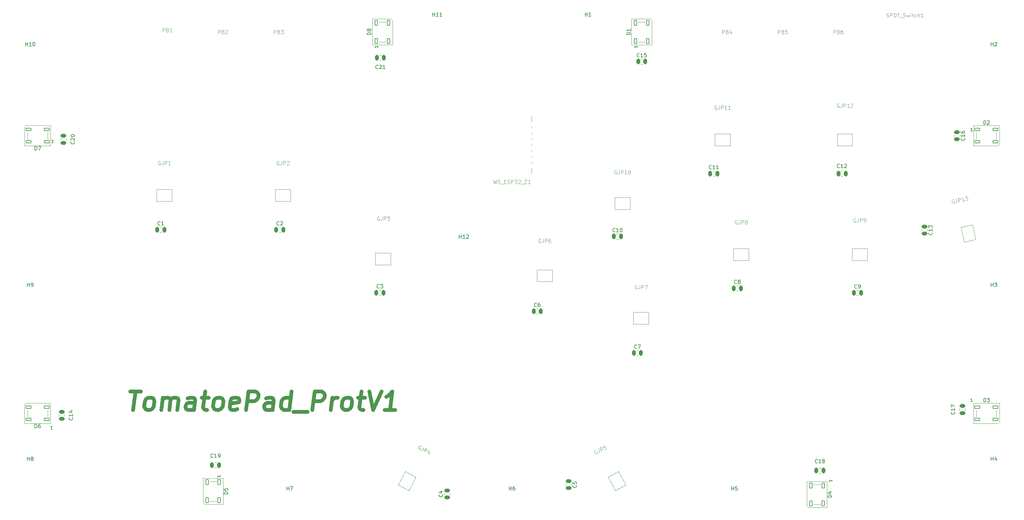
<source format=gto>
G04 #@! TF.GenerationSoftware,KiCad,Pcbnew,9.0.0*
G04 #@! TF.CreationDate,2025-05-11T16:12:36-07:00*
G04 #@! TF.ProjectId,HE_Leverless_Mainboard,48455f4c-6576-4657-926c-6573735f4d61,rev?*
G04 #@! TF.SameCoordinates,Original*
G04 #@! TF.FileFunction,Legend,Top*
G04 #@! TF.FilePolarity,Positive*
%FSLAX46Y46*%
G04 Gerber Fmt 4.6, Leading zero omitted, Abs format (unit mm)*
G04 Created by KiCad (PCBNEW 9.0.0) date 2025-05-11 16:12:36*
%MOMM*%
%LPD*%
G01*
G04 APERTURE LIST*
G04 Aperture macros list*
%AMRoundRect*
0 Rectangle with rounded corners*
0 $1 Rounding radius*
0 $2 $3 $4 $5 $6 $7 $8 $9 X,Y pos of 4 corners*
0 Add a 4 corners polygon primitive as box body*
4,1,4,$2,$3,$4,$5,$6,$7,$8,$9,$2,$3,0*
0 Add four circle primitives for the rounded corners*
1,1,$1+$1,$2,$3*
1,1,$1+$1,$4,$5*
1,1,$1+$1,$6,$7*
1,1,$1+$1,$8,$9*
0 Add four rect primitives between the rounded corners*
20,1,$1+$1,$2,$3,$4,$5,0*
20,1,$1+$1,$4,$5,$6,$7,0*
20,1,$1+$1,$6,$7,$8,$9,0*
20,1,$1+$1,$8,$9,$2,$3,0*%
G04 Aperture macros list end*
%ADD10C,1.000000*%
%ADD11C,0.150000*%
%ADD12C,0.100000*%
%ADD13C,0.120000*%
%ADD14RoundRect,0.250000X-0.475000X0.250000X-0.475000X-0.250000X0.475000X-0.250000X0.475000X0.250000X0*%
%ADD15C,2.500000*%
%ADD16C,1.905000*%
%ADD17RoundRect,0.090000X0.360000X-0.660000X0.360000X0.660000X-0.360000X0.660000X-0.360000X-0.660000X0*%
%ADD18RoundRect,0.250000X-0.250000X-0.475000X0.250000X-0.475000X0.250000X0.475000X-0.250000X0.475000X0*%
%ADD19RoundRect,0.250000X0.475000X-0.250000X0.475000X0.250000X-0.475000X0.250000X-0.475000X-0.250000X0*%
%ADD20C,0.900000*%
%ADD21C,2.700000*%
%ADD22C,1.000000*%
%ADD23C,6.400000*%
%ADD24RoundRect,0.250000X0.250000X0.475000X-0.250000X0.475000X-0.250000X-0.475000X0.250000X-0.475000X0*%
%ADD25C,2.000000*%
%ADD26C,1.200000*%
%ADD27RoundRect,0.090000X-0.360000X0.660000X-0.360000X-0.660000X0.360000X-0.660000X0.360000X0.660000X0*%
%ADD28RoundRect,0.090000X-0.660000X-0.360000X0.660000X-0.360000X0.660000X0.360000X-0.660000X0.360000X0*%
%ADD29RoundRect,0.090000X0.660000X0.360000X-0.660000X0.360000X-0.660000X-0.360000X0.660000X-0.360000X0*%
G04 APERTURE END LIST*
D10*
X94676021Y-169782796D02*
X97533164Y-169782796D01*
X95479593Y-174782796D02*
X96104593Y-169782796D01*
X99289117Y-174782796D02*
X98842688Y-174544701D01*
X98842688Y-174544701D02*
X98634355Y-174306605D01*
X98634355Y-174306605D02*
X98455783Y-173830415D01*
X98455783Y-173830415D02*
X98634355Y-172401843D01*
X98634355Y-172401843D02*
X98931974Y-171925653D01*
X98931974Y-171925653D02*
X99199831Y-171687558D01*
X99199831Y-171687558D02*
X99705783Y-171449462D01*
X99705783Y-171449462D02*
X100420069Y-171449462D01*
X100420069Y-171449462D02*
X100866497Y-171687558D01*
X100866497Y-171687558D02*
X101074831Y-171925653D01*
X101074831Y-171925653D02*
X101253402Y-172401843D01*
X101253402Y-172401843D02*
X101074831Y-173830415D01*
X101074831Y-173830415D02*
X100777212Y-174306605D01*
X100777212Y-174306605D02*
X100509355Y-174544701D01*
X100509355Y-174544701D02*
X100003402Y-174782796D01*
X100003402Y-174782796D02*
X99289117Y-174782796D01*
X103098641Y-174782796D02*
X103515307Y-171449462D01*
X103455784Y-171925653D02*
X103723641Y-171687558D01*
X103723641Y-171687558D02*
X104229593Y-171449462D01*
X104229593Y-171449462D02*
X104943879Y-171449462D01*
X104943879Y-171449462D02*
X105390307Y-171687558D01*
X105390307Y-171687558D02*
X105568879Y-172163748D01*
X105568879Y-172163748D02*
X105241498Y-174782796D01*
X105568879Y-172163748D02*
X105866498Y-171687558D01*
X105866498Y-171687558D02*
X106372450Y-171449462D01*
X106372450Y-171449462D02*
X107086736Y-171449462D01*
X107086736Y-171449462D02*
X107533165Y-171687558D01*
X107533165Y-171687558D02*
X107711736Y-172163748D01*
X107711736Y-172163748D02*
X107384355Y-174782796D01*
X111908165Y-174782796D02*
X112235546Y-172163748D01*
X112235546Y-172163748D02*
X112056974Y-171687558D01*
X112056974Y-171687558D02*
X111610546Y-171449462D01*
X111610546Y-171449462D02*
X110658165Y-171449462D01*
X110658165Y-171449462D02*
X110152213Y-171687558D01*
X111937927Y-174544701D02*
X111431974Y-174782796D01*
X111431974Y-174782796D02*
X110241498Y-174782796D01*
X110241498Y-174782796D02*
X109795070Y-174544701D01*
X109795070Y-174544701D02*
X109616498Y-174068510D01*
X109616498Y-174068510D02*
X109676022Y-173592320D01*
X109676022Y-173592320D02*
X109973641Y-173116129D01*
X109973641Y-173116129D02*
X110479594Y-172878034D01*
X110479594Y-172878034D02*
X111670070Y-172878034D01*
X111670070Y-172878034D02*
X112176022Y-172639939D01*
X113991499Y-171449462D02*
X115896261Y-171449462D01*
X114914118Y-169782796D02*
X114378404Y-174068510D01*
X114378404Y-174068510D02*
X114556975Y-174544701D01*
X114556975Y-174544701D02*
X115003404Y-174782796D01*
X115003404Y-174782796D02*
X115479594Y-174782796D01*
X117860547Y-174782796D02*
X117414118Y-174544701D01*
X117414118Y-174544701D02*
X117205785Y-174306605D01*
X117205785Y-174306605D02*
X117027213Y-173830415D01*
X117027213Y-173830415D02*
X117205785Y-172401843D01*
X117205785Y-172401843D02*
X117503404Y-171925653D01*
X117503404Y-171925653D02*
X117771261Y-171687558D01*
X117771261Y-171687558D02*
X118277213Y-171449462D01*
X118277213Y-171449462D02*
X118991499Y-171449462D01*
X118991499Y-171449462D02*
X119437927Y-171687558D01*
X119437927Y-171687558D02*
X119646261Y-171925653D01*
X119646261Y-171925653D02*
X119824832Y-172401843D01*
X119824832Y-172401843D02*
X119646261Y-173830415D01*
X119646261Y-173830415D02*
X119348642Y-174306605D01*
X119348642Y-174306605D02*
X119080785Y-174544701D01*
X119080785Y-174544701D02*
X118574832Y-174782796D01*
X118574832Y-174782796D02*
X117860547Y-174782796D01*
X123604595Y-174544701D02*
X123098642Y-174782796D01*
X123098642Y-174782796D02*
X122146261Y-174782796D01*
X122146261Y-174782796D02*
X121699833Y-174544701D01*
X121699833Y-174544701D02*
X121521261Y-174068510D01*
X121521261Y-174068510D02*
X121759357Y-172163748D01*
X121759357Y-172163748D02*
X122056976Y-171687558D01*
X122056976Y-171687558D02*
X122562928Y-171449462D01*
X122562928Y-171449462D02*
X123515309Y-171449462D01*
X123515309Y-171449462D02*
X123961737Y-171687558D01*
X123961737Y-171687558D02*
X124140309Y-172163748D01*
X124140309Y-172163748D02*
X124080785Y-172639939D01*
X124080785Y-172639939D02*
X121640309Y-173116129D01*
X125955785Y-174782796D02*
X126580785Y-169782796D01*
X126580785Y-169782796D02*
X128485547Y-169782796D01*
X128485547Y-169782796D02*
X128931975Y-170020891D01*
X128931975Y-170020891D02*
X129140309Y-170258986D01*
X129140309Y-170258986D02*
X129318880Y-170735177D01*
X129318880Y-170735177D02*
X129229594Y-171449462D01*
X129229594Y-171449462D02*
X128931975Y-171925653D01*
X128931975Y-171925653D02*
X128664118Y-172163748D01*
X128664118Y-172163748D02*
X128158166Y-172401843D01*
X128158166Y-172401843D02*
X126253404Y-172401843D01*
X133098642Y-174782796D02*
X133426023Y-172163748D01*
X133426023Y-172163748D02*
X133247451Y-171687558D01*
X133247451Y-171687558D02*
X132801023Y-171449462D01*
X132801023Y-171449462D02*
X131848642Y-171449462D01*
X131848642Y-171449462D02*
X131342690Y-171687558D01*
X133128404Y-174544701D02*
X132622451Y-174782796D01*
X132622451Y-174782796D02*
X131431975Y-174782796D01*
X131431975Y-174782796D02*
X130985547Y-174544701D01*
X130985547Y-174544701D02*
X130806975Y-174068510D01*
X130806975Y-174068510D02*
X130866499Y-173592320D01*
X130866499Y-173592320D02*
X131164118Y-173116129D01*
X131164118Y-173116129D02*
X131670071Y-172878034D01*
X131670071Y-172878034D02*
X132860547Y-172878034D01*
X132860547Y-172878034D02*
X133366499Y-172639939D01*
X137622452Y-174782796D02*
X138247452Y-169782796D01*
X137652214Y-174544701D02*
X137146261Y-174782796D01*
X137146261Y-174782796D02*
X136193881Y-174782796D01*
X136193881Y-174782796D02*
X135747452Y-174544701D01*
X135747452Y-174544701D02*
X135539119Y-174306605D01*
X135539119Y-174306605D02*
X135360547Y-173830415D01*
X135360547Y-173830415D02*
X135539119Y-172401843D01*
X135539119Y-172401843D02*
X135836738Y-171925653D01*
X135836738Y-171925653D02*
X136104595Y-171687558D01*
X136104595Y-171687558D02*
X136610547Y-171449462D01*
X136610547Y-171449462D02*
X137562928Y-171449462D01*
X137562928Y-171449462D02*
X138009357Y-171687558D01*
X138753405Y-175258986D02*
X142562929Y-175258986D01*
X143812929Y-174782796D02*
X144437929Y-169782796D01*
X144437929Y-169782796D02*
X146342691Y-169782796D01*
X146342691Y-169782796D02*
X146789119Y-170020891D01*
X146789119Y-170020891D02*
X146997453Y-170258986D01*
X146997453Y-170258986D02*
X147176024Y-170735177D01*
X147176024Y-170735177D02*
X147086738Y-171449462D01*
X147086738Y-171449462D02*
X146789119Y-171925653D01*
X146789119Y-171925653D02*
X146521262Y-172163748D01*
X146521262Y-172163748D02*
X146015310Y-172401843D01*
X146015310Y-172401843D02*
X144110548Y-172401843D01*
X148812929Y-174782796D02*
X149229595Y-171449462D01*
X149110548Y-172401843D02*
X149408167Y-171925653D01*
X149408167Y-171925653D02*
X149676024Y-171687558D01*
X149676024Y-171687558D02*
X150181976Y-171449462D01*
X150181976Y-171449462D02*
X150658167Y-171449462D01*
X152622453Y-174782796D02*
X152176024Y-174544701D01*
X152176024Y-174544701D02*
X151967691Y-174306605D01*
X151967691Y-174306605D02*
X151789119Y-173830415D01*
X151789119Y-173830415D02*
X151967691Y-172401843D01*
X151967691Y-172401843D02*
X152265310Y-171925653D01*
X152265310Y-171925653D02*
X152533167Y-171687558D01*
X152533167Y-171687558D02*
X153039119Y-171449462D01*
X153039119Y-171449462D02*
X153753405Y-171449462D01*
X153753405Y-171449462D02*
X154199833Y-171687558D01*
X154199833Y-171687558D02*
X154408167Y-171925653D01*
X154408167Y-171925653D02*
X154586738Y-172401843D01*
X154586738Y-172401843D02*
X154408167Y-173830415D01*
X154408167Y-173830415D02*
X154110548Y-174306605D01*
X154110548Y-174306605D02*
X153842691Y-174544701D01*
X153842691Y-174544701D02*
X153336738Y-174782796D01*
X153336738Y-174782796D02*
X152622453Y-174782796D01*
X156134358Y-171449462D02*
X158039120Y-171449462D01*
X157056977Y-169782796D02*
X156521263Y-174068510D01*
X156521263Y-174068510D02*
X156699834Y-174544701D01*
X156699834Y-174544701D02*
X157146263Y-174782796D01*
X157146263Y-174782796D02*
X157622453Y-174782796D01*
X159199834Y-169782796D02*
X160241501Y-174782796D01*
X160241501Y-174782796D02*
X162533167Y-169782796D01*
X166193881Y-174782796D02*
X163336739Y-174782796D01*
X164765310Y-174782796D02*
X165390310Y-169782796D01*
X165390310Y-169782796D02*
X164824834Y-170497081D01*
X164824834Y-170497081D02*
X164289120Y-170973272D01*
X164289120Y-170973272D02*
X163783167Y-171211367D01*
D11*
X214986279Y-195122365D02*
X215033899Y-195169984D01*
X215033899Y-195169984D02*
X215081518Y-195312841D01*
X215081518Y-195312841D02*
X215081518Y-195408079D01*
X215081518Y-195408079D02*
X215033899Y-195550936D01*
X215033899Y-195550936D02*
X214938660Y-195646174D01*
X214938660Y-195646174D02*
X214843422Y-195693793D01*
X214843422Y-195693793D02*
X214652946Y-195741412D01*
X214652946Y-195741412D02*
X214510089Y-195741412D01*
X214510089Y-195741412D02*
X214319613Y-195693793D01*
X214319613Y-195693793D02*
X214224375Y-195646174D01*
X214224375Y-195646174D02*
X214129137Y-195550936D01*
X214129137Y-195550936D02*
X214081518Y-195408079D01*
X214081518Y-195408079D02*
X214081518Y-195312841D01*
X214081518Y-195312841D02*
X214129137Y-195169984D01*
X214129137Y-195169984D02*
X214176756Y-195122365D01*
X214081518Y-194217603D02*
X214081518Y-194693793D01*
X214081518Y-194693793D02*
X214557708Y-194741412D01*
X214557708Y-194741412D02*
X214510089Y-194693793D01*
X214510089Y-194693793D02*
X214462470Y-194598555D01*
X214462470Y-194598555D02*
X214462470Y-194360460D01*
X214462470Y-194360460D02*
X214510089Y-194265222D01*
X214510089Y-194265222D02*
X214557708Y-194217603D01*
X214557708Y-194217603D02*
X214652946Y-194169984D01*
X214652946Y-194169984D02*
X214891041Y-194169984D01*
X214891041Y-194169984D02*
X214986279Y-194217603D01*
X214986279Y-194217603D02*
X215033899Y-194265222D01*
X215033899Y-194265222D02*
X215081518Y-194360460D01*
X215081518Y-194360460D02*
X215081518Y-194598555D01*
X215081518Y-194598555D02*
X215033899Y-194693793D01*
X215033899Y-194693793D02*
X214986279Y-194741412D01*
D12*
X298768127Y-68606501D02*
X298910984Y-68654120D01*
X298910984Y-68654120D02*
X299149079Y-68654120D01*
X299149079Y-68654120D02*
X299244317Y-68606501D01*
X299244317Y-68606501D02*
X299291936Y-68558881D01*
X299291936Y-68558881D02*
X299339555Y-68463643D01*
X299339555Y-68463643D02*
X299339555Y-68368405D01*
X299339555Y-68368405D02*
X299291936Y-68273167D01*
X299291936Y-68273167D02*
X299244317Y-68225548D01*
X299244317Y-68225548D02*
X299149079Y-68177929D01*
X299149079Y-68177929D02*
X298958603Y-68130310D01*
X298958603Y-68130310D02*
X298863365Y-68082691D01*
X298863365Y-68082691D02*
X298815746Y-68035072D01*
X298815746Y-68035072D02*
X298768127Y-67939834D01*
X298768127Y-67939834D02*
X298768127Y-67844596D01*
X298768127Y-67844596D02*
X298815746Y-67749358D01*
X298815746Y-67749358D02*
X298863365Y-67701739D01*
X298863365Y-67701739D02*
X298958603Y-67654120D01*
X298958603Y-67654120D02*
X299196698Y-67654120D01*
X299196698Y-67654120D02*
X299339555Y-67701739D01*
X299768127Y-68654120D02*
X299768127Y-67654120D01*
X299768127Y-67654120D02*
X300149079Y-67654120D01*
X300149079Y-67654120D02*
X300244317Y-67701739D01*
X300244317Y-67701739D02*
X300291936Y-67749358D01*
X300291936Y-67749358D02*
X300339555Y-67844596D01*
X300339555Y-67844596D02*
X300339555Y-67987453D01*
X300339555Y-67987453D02*
X300291936Y-68082691D01*
X300291936Y-68082691D02*
X300244317Y-68130310D01*
X300244317Y-68130310D02*
X300149079Y-68177929D01*
X300149079Y-68177929D02*
X299768127Y-68177929D01*
X300768127Y-68654120D02*
X300768127Y-67654120D01*
X300768127Y-67654120D02*
X301006222Y-67654120D01*
X301006222Y-67654120D02*
X301149079Y-67701739D01*
X301149079Y-67701739D02*
X301244317Y-67796977D01*
X301244317Y-67796977D02*
X301291936Y-67892215D01*
X301291936Y-67892215D02*
X301339555Y-68082691D01*
X301339555Y-68082691D02*
X301339555Y-68225548D01*
X301339555Y-68225548D02*
X301291936Y-68416024D01*
X301291936Y-68416024D02*
X301244317Y-68511262D01*
X301244317Y-68511262D02*
X301149079Y-68606501D01*
X301149079Y-68606501D02*
X301006222Y-68654120D01*
X301006222Y-68654120D02*
X300768127Y-68654120D01*
X301625270Y-67654120D02*
X302196698Y-67654120D01*
X301910984Y-68654120D02*
X301910984Y-67654120D01*
X302291937Y-68749358D02*
X303053841Y-68749358D01*
X303244318Y-68606501D02*
X303387175Y-68654120D01*
X303387175Y-68654120D02*
X303625270Y-68654120D01*
X303625270Y-68654120D02*
X303720508Y-68606501D01*
X303720508Y-68606501D02*
X303768127Y-68558881D01*
X303768127Y-68558881D02*
X303815746Y-68463643D01*
X303815746Y-68463643D02*
X303815746Y-68368405D01*
X303815746Y-68368405D02*
X303768127Y-68273167D01*
X303768127Y-68273167D02*
X303720508Y-68225548D01*
X303720508Y-68225548D02*
X303625270Y-68177929D01*
X303625270Y-68177929D02*
X303434794Y-68130310D01*
X303434794Y-68130310D02*
X303339556Y-68082691D01*
X303339556Y-68082691D02*
X303291937Y-68035072D01*
X303291937Y-68035072D02*
X303244318Y-67939834D01*
X303244318Y-67939834D02*
X303244318Y-67844596D01*
X303244318Y-67844596D02*
X303291937Y-67749358D01*
X303291937Y-67749358D02*
X303339556Y-67701739D01*
X303339556Y-67701739D02*
X303434794Y-67654120D01*
X303434794Y-67654120D02*
X303672889Y-67654120D01*
X303672889Y-67654120D02*
X303815746Y-67701739D01*
X304149080Y-67987453D02*
X304339556Y-68654120D01*
X304339556Y-68654120D02*
X304530032Y-68177929D01*
X304530032Y-68177929D02*
X304720508Y-68654120D01*
X304720508Y-68654120D02*
X304910984Y-67987453D01*
X305291937Y-68654120D02*
X305291937Y-67987453D01*
X305291937Y-67654120D02*
X305244318Y-67701739D01*
X305244318Y-67701739D02*
X305291937Y-67749358D01*
X305291937Y-67749358D02*
X305339556Y-67701739D01*
X305339556Y-67701739D02*
X305291937Y-67654120D01*
X305291937Y-67654120D02*
X305291937Y-67749358D01*
X305625270Y-67987453D02*
X306006222Y-67987453D01*
X305768127Y-67654120D02*
X305768127Y-68511262D01*
X305768127Y-68511262D02*
X305815746Y-68606501D01*
X305815746Y-68606501D02*
X305910984Y-68654120D01*
X305910984Y-68654120D02*
X306006222Y-68654120D01*
X306768127Y-68606501D02*
X306672889Y-68654120D01*
X306672889Y-68654120D02*
X306482413Y-68654120D01*
X306482413Y-68654120D02*
X306387175Y-68606501D01*
X306387175Y-68606501D02*
X306339556Y-68558881D01*
X306339556Y-68558881D02*
X306291937Y-68463643D01*
X306291937Y-68463643D02*
X306291937Y-68177929D01*
X306291937Y-68177929D02*
X306339556Y-68082691D01*
X306339556Y-68082691D02*
X306387175Y-68035072D01*
X306387175Y-68035072D02*
X306482413Y-67987453D01*
X306482413Y-67987453D02*
X306672889Y-67987453D01*
X306672889Y-67987453D02*
X306768127Y-68035072D01*
X307196699Y-68654120D02*
X307196699Y-67654120D01*
X307625270Y-68654120D02*
X307625270Y-68130310D01*
X307625270Y-68130310D02*
X307577651Y-68035072D01*
X307577651Y-68035072D02*
X307482413Y-67987453D01*
X307482413Y-67987453D02*
X307339556Y-67987453D01*
X307339556Y-67987453D02*
X307244318Y-68035072D01*
X307244318Y-68035072D02*
X307196699Y-68082691D01*
X308625270Y-68654120D02*
X308053842Y-68654120D01*
X308339556Y-68654120D02*
X308339556Y-67654120D01*
X308339556Y-67654120D02*
X308244318Y-67796977D01*
X308244318Y-67796977D02*
X308149080Y-67892215D01*
X308149080Y-67892215D02*
X308053842Y-67939834D01*
X133458604Y-73154120D02*
X133458604Y-72154120D01*
X133458604Y-72154120D02*
X133839556Y-72154120D01*
X133839556Y-72154120D02*
X133934794Y-72201739D01*
X133934794Y-72201739D02*
X133982413Y-72249358D01*
X133982413Y-72249358D02*
X134030032Y-72344596D01*
X134030032Y-72344596D02*
X134030032Y-72487453D01*
X134030032Y-72487453D02*
X133982413Y-72582691D01*
X133982413Y-72582691D02*
X133934794Y-72630310D01*
X133934794Y-72630310D02*
X133839556Y-72677929D01*
X133839556Y-72677929D02*
X133458604Y-72677929D01*
X134791937Y-72630310D02*
X134934794Y-72677929D01*
X134934794Y-72677929D02*
X134982413Y-72725548D01*
X134982413Y-72725548D02*
X135030032Y-72820786D01*
X135030032Y-72820786D02*
X135030032Y-72963643D01*
X135030032Y-72963643D02*
X134982413Y-73058881D01*
X134982413Y-73058881D02*
X134934794Y-73106501D01*
X134934794Y-73106501D02*
X134839556Y-73154120D01*
X134839556Y-73154120D02*
X134458604Y-73154120D01*
X134458604Y-73154120D02*
X134458604Y-72154120D01*
X134458604Y-72154120D02*
X134791937Y-72154120D01*
X134791937Y-72154120D02*
X134887175Y-72201739D01*
X134887175Y-72201739D02*
X134934794Y-72249358D01*
X134934794Y-72249358D02*
X134982413Y-72344596D01*
X134982413Y-72344596D02*
X134982413Y-72439834D01*
X134982413Y-72439834D02*
X134934794Y-72535072D01*
X134934794Y-72535072D02*
X134887175Y-72582691D01*
X134887175Y-72582691D02*
X134791937Y-72630310D01*
X134791937Y-72630310D02*
X134458604Y-72630310D01*
X135363366Y-72154120D02*
X135982413Y-72154120D01*
X135982413Y-72154120D02*
X135649080Y-72535072D01*
X135649080Y-72535072D02*
X135791937Y-72535072D01*
X135791937Y-72535072D02*
X135887175Y-72582691D01*
X135887175Y-72582691D02*
X135934794Y-72630310D01*
X135934794Y-72630310D02*
X135982413Y-72725548D01*
X135982413Y-72725548D02*
X135982413Y-72963643D01*
X135982413Y-72963643D02*
X135934794Y-73058881D01*
X135934794Y-73058881D02*
X135887175Y-73106501D01*
X135887175Y-73106501D02*
X135791937Y-73154120D01*
X135791937Y-73154120D02*
X135506223Y-73154120D01*
X135506223Y-73154120D02*
X135410985Y-73106501D01*
X135410985Y-73106501D02*
X135363366Y-73058881D01*
D11*
X159651518Y-73393793D02*
X158651518Y-73393793D01*
X158651518Y-73393793D02*
X158651518Y-73155698D01*
X158651518Y-73155698D02*
X158699137Y-73012841D01*
X158699137Y-73012841D02*
X158794375Y-72917603D01*
X158794375Y-72917603D02*
X158889613Y-72869984D01*
X158889613Y-72869984D02*
X159080089Y-72822365D01*
X159080089Y-72822365D02*
X159222946Y-72822365D01*
X159222946Y-72822365D02*
X159413422Y-72869984D01*
X159413422Y-72869984D02*
X159508660Y-72917603D01*
X159508660Y-72917603D02*
X159603899Y-73012841D01*
X159603899Y-73012841D02*
X159651518Y-73155698D01*
X159651518Y-73155698D02*
X159651518Y-73393793D01*
X159080089Y-72250936D02*
X159032470Y-72346174D01*
X159032470Y-72346174D02*
X158984851Y-72393793D01*
X158984851Y-72393793D02*
X158889613Y-72441412D01*
X158889613Y-72441412D02*
X158841994Y-72441412D01*
X158841994Y-72441412D02*
X158746756Y-72393793D01*
X158746756Y-72393793D02*
X158699137Y-72346174D01*
X158699137Y-72346174D02*
X158651518Y-72250936D01*
X158651518Y-72250936D02*
X158651518Y-72060460D01*
X158651518Y-72060460D02*
X158699137Y-71965222D01*
X158699137Y-71965222D02*
X158746756Y-71917603D01*
X158746756Y-71917603D02*
X158841994Y-71869984D01*
X158841994Y-71869984D02*
X158889613Y-71869984D01*
X158889613Y-71869984D02*
X158984851Y-71917603D01*
X158984851Y-71917603D02*
X159032470Y-71965222D01*
X159032470Y-71965222D02*
X159080089Y-72060460D01*
X159080089Y-72060460D02*
X159080089Y-72250936D01*
X159080089Y-72250936D02*
X159127708Y-72346174D01*
X159127708Y-72346174D02*
X159175327Y-72393793D01*
X159175327Y-72393793D02*
X159270565Y-72441412D01*
X159270565Y-72441412D02*
X159461041Y-72441412D01*
X159461041Y-72441412D02*
X159556279Y-72393793D01*
X159556279Y-72393793D02*
X159603899Y-72346174D01*
X159603899Y-72346174D02*
X159651518Y-72250936D01*
X159651518Y-72250936D02*
X159651518Y-72060460D01*
X159651518Y-72060460D02*
X159603899Y-71965222D01*
X159603899Y-71965222D02*
X159556279Y-71917603D01*
X159556279Y-71917603D02*
X159461041Y-71869984D01*
X159461041Y-71869984D02*
X159270565Y-71869984D01*
X159270565Y-71869984D02*
X159175327Y-71917603D01*
X159175327Y-71917603D02*
X159127708Y-71965222D01*
X159127708Y-71965222D02*
X159080089Y-72060460D01*
X161458994Y-76427127D02*
X161458994Y-76884270D01*
X161458994Y-76655698D02*
X160658994Y-76655698D01*
X160658994Y-76655698D02*
X160773279Y-76731889D01*
X160773279Y-76731889D02*
X160849470Y-76808079D01*
X160849470Y-76808079D02*
X160887565Y-76884270D01*
X204330031Y-146776279D02*
X204282412Y-146823899D01*
X204282412Y-146823899D02*
X204139555Y-146871518D01*
X204139555Y-146871518D02*
X204044317Y-146871518D01*
X204044317Y-146871518D02*
X203901460Y-146823899D01*
X203901460Y-146823899D02*
X203806222Y-146728660D01*
X203806222Y-146728660D02*
X203758603Y-146633422D01*
X203758603Y-146633422D02*
X203710984Y-146442946D01*
X203710984Y-146442946D02*
X203710984Y-146300089D01*
X203710984Y-146300089D02*
X203758603Y-146109613D01*
X203758603Y-146109613D02*
X203806222Y-146014375D01*
X203806222Y-146014375D02*
X203901460Y-145919137D01*
X203901460Y-145919137D02*
X204044317Y-145871518D01*
X204044317Y-145871518D02*
X204139555Y-145871518D01*
X204139555Y-145871518D02*
X204282412Y-145919137D01*
X204282412Y-145919137D02*
X204330031Y-145966756D01*
X205187174Y-145871518D02*
X204996698Y-145871518D01*
X204996698Y-145871518D02*
X204901460Y-145919137D01*
X204901460Y-145919137D02*
X204853841Y-145966756D01*
X204853841Y-145966756D02*
X204758603Y-146109613D01*
X204758603Y-146109613D02*
X204710984Y-146300089D01*
X204710984Y-146300089D02*
X204710984Y-146681041D01*
X204710984Y-146681041D02*
X204758603Y-146776279D01*
X204758603Y-146776279D02*
X204806222Y-146823899D01*
X204806222Y-146823899D02*
X204901460Y-146871518D01*
X204901460Y-146871518D02*
X205091936Y-146871518D01*
X205091936Y-146871518D02*
X205187174Y-146823899D01*
X205187174Y-146823899D02*
X205234793Y-146776279D01*
X205234793Y-146776279D02*
X205282412Y-146681041D01*
X205282412Y-146681041D02*
X205282412Y-146442946D01*
X205282412Y-146442946D02*
X205234793Y-146347708D01*
X205234793Y-146347708D02*
X205187174Y-146300089D01*
X205187174Y-146300089D02*
X205091936Y-146252470D01*
X205091936Y-146252470D02*
X204901460Y-146252470D01*
X204901460Y-146252470D02*
X204806222Y-146300089D01*
X204806222Y-146300089D02*
X204758603Y-146347708D01*
X204758603Y-146347708D02*
X204710984Y-146442946D01*
X178876279Y-197622365D02*
X178923899Y-197669984D01*
X178923899Y-197669984D02*
X178971518Y-197812841D01*
X178971518Y-197812841D02*
X178971518Y-197908079D01*
X178971518Y-197908079D02*
X178923899Y-198050936D01*
X178923899Y-198050936D02*
X178828660Y-198146174D01*
X178828660Y-198146174D02*
X178733422Y-198193793D01*
X178733422Y-198193793D02*
X178542946Y-198241412D01*
X178542946Y-198241412D02*
X178400089Y-198241412D01*
X178400089Y-198241412D02*
X178209613Y-198193793D01*
X178209613Y-198193793D02*
X178114375Y-198146174D01*
X178114375Y-198146174D02*
X178019137Y-198050936D01*
X178019137Y-198050936D02*
X177971518Y-197908079D01*
X177971518Y-197908079D02*
X177971518Y-197812841D01*
X177971518Y-197812841D02*
X178019137Y-197669984D01*
X178019137Y-197669984D02*
X178066756Y-197622365D01*
X178304851Y-196765222D02*
X178971518Y-196765222D01*
X177923899Y-197003317D02*
X178638184Y-197241412D01*
X178638184Y-197241412D02*
X178638184Y-196622365D01*
X225503841Y-126585279D02*
X225456222Y-126632899D01*
X225456222Y-126632899D02*
X225313365Y-126680518D01*
X225313365Y-126680518D02*
X225218127Y-126680518D01*
X225218127Y-126680518D02*
X225075270Y-126632899D01*
X225075270Y-126632899D02*
X224980032Y-126537660D01*
X224980032Y-126537660D02*
X224932413Y-126442422D01*
X224932413Y-126442422D02*
X224884794Y-126251946D01*
X224884794Y-126251946D02*
X224884794Y-126109089D01*
X224884794Y-126109089D02*
X224932413Y-125918613D01*
X224932413Y-125918613D02*
X224980032Y-125823375D01*
X224980032Y-125823375D02*
X225075270Y-125728137D01*
X225075270Y-125728137D02*
X225218127Y-125680518D01*
X225218127Y-125680518D02*
X225313365Y-125680518D01*
X225313365Y-125680518D02*
X225456222Y-125728137D01*
X225456222Y-125728137D02*
X225503841Y-125775756D01*
X226456222Y-126680518D02*
X225884794Y-126680518D01*
X226170508Y-126680518D02*
X226170508Y-125680518D01*
X226170508Y-125680518D02*
X226075270Y-125823375D01*
X226075270Y-125823375D02*
X225980032Y-125918613D01*
X225980032Y-125918613D02*
X225884794Y-125966232D01*
X227075270Y-125680518D02*
X227170508Y-125680518D01*
X227170508Y-125680518D02*
X227265746Y-125728137D01*
X227265746Y-125728137D02*
X227313365Y-125775756D01*
X227313365Y-125775756D02*
X227360984Y-125870994D01*
X227360984Y-125870994D02*
X227408603Y-126061470D01*
X227408603Y-126061470D02*
X227408603Y-126299565D01*
X227408603Y-126299565D02*
X227360984Y-126490041D01*
X227360984Y-126490041D02*
X227313365Y-126585279D01*
X227313365Y-126585279D02*
X227265746Y-126632899D01*
X227265746Y-126632899D02*
X227170508Y-126680518D01*
X227170508Y-126680518D02*
X227075270Y-126680518D01*
X227075270Y-126680518D02*
X226980032Y-126632899D01*
X226980032Y-126632899D02*
X226932413Y-126585279D01*
X226932413Y-126585279D02*
X226884794Y-126490041D01*
X226884794Y-126490041D02*
X226837175Y-126299565D01*
X226837175Y-126299565D02*
X226837175Y-126061470D01*
X226837175Y-126061470D02*
X226884794Y-125870994D01*
X226884794Y-125870994D02*
X226932413Y-125775756D01*
X226932413Y-125775756D02*
X226980032Y-125728137D01*
X226980032Y-125728137D02*
X227075270Y-125680518D01*
D12*
X231401459Y-141101737D02*
X231306221Y-141054118D01*
X231306221Y-141054118D02*
X231163364Y-141054118D01*
X231163364Y-141054118D02*
X231020507Y-141101737D01*
X231020507Y-141101737D02*
X230925269Y-141196975D01*
X230925269Y-141196975D02*
X230877650Y-141292213D01*
X230877650Y-141292213D02*
X230830031Y-141482689D01*
X230830031Y-141482689D02*
X230830031Y-141625546D01*
X230830031Y-141625546D02*
X230877650Y-141816022D01*
X230877650Y-141816022D02*
X230925269Y-141911260D01*
X230925269Y-141911260D02*
X231020507Y-142006499D01*
X231020507Y-142006499D02*
X231163364Y-142054118D01*
X231163364Y-142054118D02*
X231258602Y-142054118D01*
X231258602Y-142054118D02*
X231401459Y-142006499D01*
X231401459Y-142006499D02*
X231449078Y-141958879D01*
X231449078Y-141958879D02*
X231449078Y-141625546D01*
X231449078Y-141625546D02*
X231258602Y-141625546D01*
X232163364Y-141054118D02*
X232163364Y-141768403D01*
X232163364Y-141768403D02*
X232115745Y-141911260D01*
X232115745Y-141911260D02*
X232020507Y-142006499D01*
X232020507Y-142006499D02*
X231877650Y-142054118D01*
X231877650Y-142054118D02*
X231782412Y-142054118D01*
X232639555Y-142054118D02*
X232639555Y-141054118D01*
X232639555Y-141054118D02*
X233020507Y-141054118D01*
X233020507Y-141054118D02*
X233115745Y-141101737D01*
X233115745Y-141101737D02*
X233163364Y-141149356D01*
X233163364Y-141149356D02*
X233210983Y-141244594D01*
X233210983Y-141244594D02*
X233210983Y-141387451D01*
X233210983Y-141387451D02*
X233163364Y-141482689D01*
X233163364Y-141482689D02*
X233115745Y-141530308D01*
X233115745Y-141530308D02*
X233020507Y-141577927D01*
X233020507Y-141577927D02*
X232639555Y-141577927D01*
X233544317Y-141054118D02*
X234210983Y-141054118D01*
X234210983Y-141054118D02*
X233782412Y-142054118D01*
D11*
X79556279Y-102298556D02*
X79603899Y-102346175D01*
X79603899Y-102346175D02*
X79651518Y-102489032D01*
X79651518Y-102489032D02*
X79651518Y-102584270D01*
X79651518Y-102584270D02*
X79603899Y-102727127D01*
X79603899Y-102727127D02*
X79508660Y-102822365D01*
X79508660Y-102822365D02*
X79413422Y-102869984D01*
X79413422Y-102869984D02*
X79222946Y-102917603D01*
X79222946Y-102917603D02*
X79080089Y-102917603D01*
X79080089Y-102917603D02*
X78889613Y-102869984D01*
X78889613Y-102869984D02*
X78794375Y-102822365D01*
X78794375Y-102822365D02*
X78699137Y-102727127D01*
X78699137Y-102727127D02*
X78651518Y-102584270D01*
X78651518Y-102584270D02*
X78651518Y-102489032D01*
X78651518Y-102489032D02*
X78699137Y-102346175D01*
X78699137Y-102346175D02*
X78746756Y-102298556D01*
X78746756Y-101917603D02*
X78699137Y-101869984D01*
X78699137Y-101869984D02*
X78651518Y-101774746D01*
X78651518Y-101774746D02*
X78651518Y-101536651D01*
X78651518Y-101536651D02*
X78699137Y-101441413D01*
X78699137Y-101441413D02*
X78746756Y-101393794D01*
X78746756Y-101393794D02*
X78841994Y-101346175D01*
X78841994Y-101346175D02*
X78937232Y-101346175D01*
X78937232Y-101346175D02*
X79080089Y-101393794D01*
X79080089Y-101393794D02*
X79651518Y-101965222D01*
X79651518Y-101965222D02*
X79651518Y-101346175D01*
X78651518Y-100727127D02*
X78651518Y-100631889D01*
X78651518Y-100631889D02*
X78699137Y-100536651D01*
X78699137Y-100536651D02*
X78746756Y-100489032D01*
X78746756Y-100489032D02*
X78841994Y-100441413D01*
X78841994Y-100441413D02*
X79032470Y-100393794D01*
X79032470Y-100393794D02*
X79270565Y-100393794D01*
X79270565Y-100393794D02*
X79461041Y-100441413D01*
X79461041Y-100441413D02*
X79556279Y-100489032D01*
X79556279Y-100489032D02*
X79603899Y-100536651D01*
X79603899Y-100536651D02*
X79651518Y-100631889D01*
X79651518Y-100631889D02*
X79651518Y-100727127D01*
X79651518Y-100727127D02*
X79603899Y-100822365D01*
X79603899Y-100822365D02*
X79556279Y-100869984D01*
X79556279Y-100869984D02*
X79461041Y-100917603D01*
X79461041Y-100917603D02*
X79270565Y-100965222D01*
X79270565Y-100965222D02*
X79032470Y-100965222D01*
X79032470Y-100965222D02*
X78841994Y-100917603D01*
X78841994Y-100917603D02*
X78746756Y-100869984D01*
X78746756Y-100869984D02*
X78699137Y-100822365D01*
X78699137Y-100822365D02*
X78651518Y-100727127D01*
D12*
X205401459Y-128601737D02*
X205306221Y-128554118D01*
X205306221Y-128554118D02*
X205163364Y-128554118D01*
X205163364Y-128554118D02*
X205020507Y-128601737D01*
X205020507Y-128601737D02*
X204925269Y-128696975D01*
X204925269Y-128696975D02*
X204877650Y-128792213D01*
X204877650Y-128792213D02*
X204830031Y-128982689D01*
X204830031Y-128982689D02*
X204830031Y-129125546D01*
X204830031Y-129125546D02*
X204877650Y-129316022D01*
X204877650Y-129316022D02*
X204925269Y-129411260D01*
X204925269Y-129411260D02*
X205020507Y-129506499D01*
X205020507Y-129506499D02*
X205163364Y-129554118D01*
X205163364Y-129554118D02*
X205258602Y-129554118D01*
X205258602Y-129554118D02*
X205401459Y-129506499D01*
X205401459Y-129506499D02*
X205449078Y-129458879D01*
X205449078Y-129458879D02*
X205449078Y-129125546D01*
X205449078Y-129125546D02*
X205258602Y-129125546D01*
X206163364Y-128554118D02*
X206163364Y-129268403D01*
X206163364Y-129268403D02*
X206115745Y-129411260D01*
X206115745Y-129411260D02*
X206020507Y-129506499D01*
X206020507Y-129506499D02*
X205877650Y-129554118D01*
X205877650Y-129554118D02*
X205782412Y-129554118D01*
X206639555Y-129554118D02*
X206639555Y-128554118D01*
X206639555Y-128554118D02*
X207020507Y-128554118D01*
X207020507Y-128554118D02*
X207115745Y-128601737D01*
X207115745Y-128601737D02*
X207163364Y-128649356D01*
X207163364Y-128649356D02*
X207210983Y-128744594D01*
X207210983Y-128744594D02*
X207210983Y-128887451D01*
X207210983Y-128887451D02*
X207163364Y-128982689D01*
X207163364Y-128982689D02*
X207115745Y-129030308D01*
X207115745Y-129030308D02*
X207020507Y-129077927D01*
X207020507Y-129077927D02*
X206639555Y-129077927D01*
X208068126Y-128554118D02*
X207877650Y-128554118D01*
X207877650Y-128554118D02*
X207782412Y-128601737D01*
X207782412Y-128601737D02*
X207734793Y-128649356D01*
X207734793Y-128649356D02*
X207639555Y-128792213D01*
X207639555Y-128792213D02*
X207591936Y-128982689D01*
X207591936Y-128982689D02*
X207591936Y-129363641D01*
X207591936Y-129363641D02*
X207639555Y-129458879D01*
X207639555Y-129458879D02*
X207687174Y-129506499D01*
X207687174Y-129506499D02*
X207782412Y-129554118D01*
X207782412Y-129554118D02*
X207972888Y-129554118D01*
X207972888Y-129554118D02*
X208068126Y-129506499D01*
X208068126Y-129506499D02*
X208115745Y-129458879D01*
X208115745Y-129458879D02*
X208163364Y-129363641D01*
X208163364Y-129363641D02*
X208163364Y-129125546D01*
X208163364Y-129125546D02*
X208115745Y-129030308D01*
X208115745Y-129030308D02*
X208068126Y-128982689D01*
X208068126Y-128982689D02*
X207972888Y-128935070D01*
X207972888Y-128935070D02*
X207782412Y-128935070D01*
X207782412Y-128935070D02*
X207687174Y-128982689D01*
X207687174Y-128982689D02*
X207639555Y-129030308D01*
X207639555Y-129030308D02*
X207591936Y-129125546D01*
X269458604Y-73154120D02*
X269458604Y-72154120D01*
X269458604Y-72154120D02*
X269839556Y-72154120D01*
X269839556Y-72154120D02*
X269934794Y-72201739D01*
X269934794Y-72201739D02*
X269982413Y-72249358D01*
X269982413Y-72249358D02*
X270030032Y-72344596D01*
X270030032Y-72344596D02*
X270030032Y-72487453D01*
X270030032Y-72487453D02*
X269982413Y-72582691D01*
X269982413Y-72582691D02*
X269934794Y-72630310D01*
X269934794Y-72630310D02*
X269839556Y-72677929D01*
X269839556Y-72677929D02*
X269458604Y-72677929D01*
X270791937Y-72630310D02*
X270934794Y-72677929D01*
X270934794Y-72677929D02*
X270982413Y-72725548D01*
X270982413Y-72725548D02*
X271030032Y-72820786D01*
X271030032Y-72820786D02*
X271030032Y-72963643D01*
X271030032Y-72963643D02*
X270982413Y-73058881D01*
X270982413Y-73058881D02*
X270934794Y-73106501D01*
X270934794Y-73106501D02*
X270839556Y-73154120D01*
X270839556Y-73154120D02*
X270458604Y-73154120D01*
X270458604Y-73154120D02*
X270458604Y-72154120D01*
X270458604Y-72154120D02*
X270791937Y-72154120D01*
X270791937Y-72154120D02*
X270887175Y-72201739D01*
X270887175Y-72201739D02*
X270934794Y-72249358D01*
X270934794Y-72249358D02*
X270982413Y-72344596D01*
X270982413Y-72344596D02*
X270982413Y-72439834D01*
X270982413Y-72439834D02*
X270934794Y-72535072D01*
X270934794Y-72535072D02*
X270887175Y-72582691D01*
X270887175Y-72582691D02*
X270791937Y-72630310D01*
X270791937Y-72630310D02*
X270458604Y-72630310D01*
X271934794Y-72154120D02*
X271458604Y-72154120D01*
X271458604Y-72154120D02*
X271410985Y-72630310D01*
X271410985Y-72630310D02*
X271458604Y-72582691D01*
X271458604Y-72582691D02*
X271553842Y-72535072D01*
X271553842Y-72535072D02*
X271791937Y-72535072D01*
X271791937Y-72535072D02*
X271887175Y-72582691D01*
X271887175Y-72582691D02*
X271934794Y-72630310D01*
X271934794Y-72630310D02*
X271982413Y-72725548D01*
X271982413Y-72725548D02*
X271982413Y-72963643D01*
X271982413Y-72963643D02*
X271934794Y-73058881D01*
X271934794Y-73058881D02*
X271887175Y-73106501D01*
X271887175Y-73106501D02*
X271791937Y-73154120D01*
X271791937Y-73154120D02*
X271553842Y-73154120D01*
X271553842Y-73154120D02*
X271458604Y-73106501D01*
X271458604Y-73106501D02*
X271410985Y-73058881D01*
X134801461Y-107601737D02*
X134706223Y-107554118D01*
X134706223Y-107554118D02*
X134563366Y-107554118D01*
X134563366Y-107554118D02*
X134420509Y-107601737D01*
X134420509Y-107601737D02*
X134325271Y-107696975D01*
X134325271Y-107696975D02*
X134277652Y-107792213D01*
X134277652Y-107792213D02*
X134230033Y-107982689D01*
X134230033Y-107982689D02*
X134230033Y-108125546D01*
X134230033Y-108125546D02*
X134277652Y-108316022D01*
X134277652Y-108316022D02*
X134325271Y-108411260D01*
X134325271Y-108411260D02*
X134420509Y-108506499D01*
X134420509Y-108506499D02*
X134563366Y-108554118D01*
X134563366Y-108554118D02*
X134658604Y-108554118D01*
X134658604Y-108554118D02*
X134801461Y-108506499D01*
X134801461Y-108506499D02*
X134849080Y-108458879D01*
X134849080Y-108458879D02*
X134849080Y-108125546D01*
X134849080Y-108125546D02*
X134658604Y-108125546D01*
X135563366Y-107554118D02*
X135563366Y-108268403D01*
X135563366Y-108268403D02*
X135515747Y-108411260D01*
X135515747Y-108411260D02*
X135420509Y-108506499D01*
X135420509Y-108506499D02*
X135277652Y-108554118D01*
X135277652Y-108554118D02*
X135182414Y-108554118D01*
X136039557Y-108554118D02*
X136039557Y-107554118D01*
X136039557Y-107554118D02*
X136420509Y-107554118D01*
X136420509Y-107554118D02*
X136515747Y-107601737D01*
X136515747Y-107601737D02*
X136563366Y-107649356D01*
X136563366Y-107649356D02*
X136610985Y-107744594D01*
X136610985Y-107744594D02*
X136610985Y-107887451D01*
X136610985Y-107887451D02*
X136563366Y-107982689D01*
X136563366Y-107982689D02*
X136515747Y-108030308D01*
X136515747Y-108030308D02*
X136420509Y-108077927D01*
X136420509Y-108077927D02*
X136039557Y-108077927D01*
X136991938Y-107649356D02*
X137039557Y-107601737D01*
X137039557Y-107601737D02*
X137134795Y-107554118D01*
X137134795Y-107554118D02*
X137372890Y-107554118D01*
X137372890Y-107554118D02*
X137468128Y-107601737D01*
X137468128Y-107601737D02*
X137515747Y-107649356D01*
X137515747Y-107649356D02*
X137563366Y-107744594D01*
X137563366Y-107744594D02*
X137563366Y-107839832D01*
X137563366Y-107839832D02*
X137515747Y-107982689D01*
X137515747Y-107982689D02*
X136944319Y-108554118D01*
X136944319Y-108554118D02*
X137563366Y-108554118D01*
D11*
X256934794Y-196451520D02*
X256934794Y-195451520D01*
X256934794Y-195927710D02*
X257506222Y-195927710D01*
X257506222Y-196451520D02*
X257506222Y-195451520D01*
X258458603Y-195451520D02*
X257982413Y-195451520D01*
X257982413Y-195451520D02*
X257934794Y-195927710D01*
X257934794Y-195927710D02*
X257982413Y-195880091D01*
X257982413Y-195880091D02*
X258077651Y-195832472D01*
X258077651Y-195832472D02*
X258315746Y-195832472D01*
X258315746Y-195832472D02*
X258410984Y-195880091D01*
X258410984Y-195880091D02*
X258458603Y-195927710D01*
X258458603Y-195927710D02*
X258506222Y-196022948D01*
X258506222Y-196022948D02*
X258506222Y-196261043D01*
X258506222Y-196261043D02*
X258458603Y-196356281D01*
X258458603Y-196356281D02*
X258410984Y-196403901D01*
X258410984Y-196403901D02*
X258315746Y-196451520D01*
X258315746Y-196451520D02*
X258077651Y-196451520D01*
X258077651Y-196451520D02*
X257982413Y-196403901D01*
X257982413Y-196403901D02*
X257934794Y-196356281D01*
D12*
X173255407Y-184650642D02*
X173193069Y-184564318D01*
X173193069Y-184564318D02*
X173066468Y-184498133D01*
X173066468Y-184498133D02*
X172917806Y-184474148D01*
X172917806Y-184474148D02*
X172789282Y-184514425D01*
X172789282Y-184514425D02*
X172702959Y-184576764D01*
X172702959Y-184576764D02*
X172572512Y-184723503D01*
X172572512Y-184723503D02*
X172506326Y-184850103D01*
X172506326Y-184850103D02*
X172460280Y-185040966D01*
X172460280Y-185040966D02*
X172458356Y-185147428D01*
X172458356Y-185147428D02*
X172498633Y-185275951D01*
X172498633Y-185275951D02*
X172603172Y-185384337D01*
X172603172Y-185384337D02*
X172687573Y-185428460D01*
X172687573Y-185428460D02*
X172836235Y-185452445D01*
X172836235Y-185452445D02*
X172900497Y-185432307D01*
X172900497Y-185432307D02*
X173054929Y-185136906D01*
X173054929Y-185136906D02*
X172886128Y-185048659D01*
X173952672Y-184961429D02*
X173621746Y-185594432D01*
X173621746Y-185594432D02*
X173513361Y-185698971D01*
X173513361Y-185698971D02*
X173384837Y-185739248D01*
X173384837Y-185739248D02*
X173236175Y-185715263D01*
X173236175Y-185715263D02*
X173151774Y-185671139D01*
X173911378Y-186068250D02*
X174374674Y-185182047D01*
X174374674Y-185182047D02*
X174712275Y-185358540D01*
X174712275Y-185358540D02*
X174774614Y-185444864D01*
X174774614Y-185444864D02*
X174794752Y-185509126D01*
X174794752Y-185509126D02*
X174792829Y-185615588D01*
X174792829Y-185615588D02*
X174726644Y-185742188D01*
X174726644Y-185742188D02*
X174640320Y-185804527D01*
X174640320Y-185804527D02*
X174576058Y-185824665D01*
X174576058Y-185824665D02*
X174469596Y-185822742D01*
X174469596Y-185822742D02*
X174131995Y-185646248D01*
X175486247Y-186139299D02*
X175177383Y-186730102D01*
X175451740Y-185691389D02*
X174909813Y-186214083D01*
X174909813Y-186214083D02*
X175458415Y-186500886D01*
X316855389Y-117953590D02*
X316752102Y-117927714D01*
X316752102Y-117927714D02*
X316612631Y-117958633D01*
X316612631Y-117958633D02*
X316483467Y-118036044D01*
X316483467Y-118036044D02*
X316411099Y-118149638D01*
X316411099Y-118149638D02*
X316385222Y-118252925D01*
X316385222Y-118252925D02*
X316379959Y-118449193D01*
X316379959Y-118449193D02*
X316410879Y-118588663D01*
X316410879Y-118588663D02*
X316498596Y-118764318D01*
X316498596Y-118764318D02*
X316565699Y-118846992D01*
X316565699Y-118846992D02*
X316679293Y-118919359D01*
X316679293Y-118919359D02*
X316829071Y-118934929D01*
X316829071Y-118934929D02*
X316922051Y-118914316D01*
X316922051Y-118914316D02*
X317051215Y-118836906D01*
X317051215Y-118836906D02*
X317087399Y-118780109D01*
X317087399Y-118780109D02*
X317015252Y-118454677D01*
X317015252Y-118454677D02*
X316829291Y-118495904D01*
X317588927Y-117742194D02*
X317743527Y-118439548D01*
X317743527Y-118439548D02*
X317727956Y-118589326D01*
X317727956Y-118589326D02*
X317655589Y-118702919D01*
X317655589Y-118702919D02*
X317526425Y-118780330D01*
X317526425Y-118780330D02*
X317433444Y-118800943D01*
X318270270Y-118615423D02*
X318053830Y-117639127D01*
X318053830Y-117639127D02*
X318425752Y-117556674D01*
X318425752Y-117556674D02*
X318529040Y-117582551D01*
X318529040Y-117582551D02*
X318585836Y-117618735D01*
X318585836Y-117618735D02*
X318652940Y-117701409D01*
X318652940Y-117701409D02*
X318683860Y-117840880D01*
X318683860Y-117840880D02*
X318657983Y-117944167D01*
X318657983Y-117944167D02*
X318621799Y-118000964D01*
X318621799Y-118000964D02*
X318539125Y-118068067D01*
X318539125Y-118068067D02*
X318167203Y-118150520D01*
X319757959Y-118285611D02*
X319200075Y-118409290D01*
X319479017Y-118347450D02*
X319262577Y-117371154D01*
X319262577Y-117371154D02*
X319200517Y-117531239D01*
X319200517Y-117531239D02*
X319128150Y-117644832D01*
X319128150Y-117644832D02*
X319045476Y-117711936D01*
X319866951Y-117237168D02*
X320471325Y-117103182D01*
X320471325Y-117103182D02*
X320228346Y-117547250D01*
X320228346Y-117547250D02*
X320367817Y-117516330D01*
X320367817Y-117516330D02*
X320471104Y-117542207D01*
X320471104Y-117542207D02*
X320527901Y-117578391D01*
X320527901Y-117578391D02*
X320595005Y-117661065D01*
X320595005Y-117661065D02*
X320646538Y-117893516D01*
X320646538Y-117893516D02*
X320620661Y-117996804D01*
X320620661Y-117996804D02*
X320584477Y-118053601D01*
X320584477Y-118053601D02*
X320501803Y-118120704D01*
X320501803Y-118120704D02*
X320222862Y-118182544D01*
X320222862Y-118182544D02*
X320119574Y-118156667D01*
X320119574Y-118156667D02*
X320062778Y-118120483D01*
D11*
X280103841Y-189015279D02*
X280056222Y-189062899D01*
X280056222Y-189062899D02*
X279913365Y-189110518D01*
X279913365Y-189110518D02*
X279818127Y-189110518D01*
X279818127Y-189110518D02*
X279675270Y-189062899D01*
X279675270Y-189062899D02*
X279580032Y-188967660D01*
X279580032Y-188967660D02*
X279532413Y-188872422D01*
X279532413Y-188872422D02*
X279484794Y-188681946D01*
X279484794Y-188681946D02*
X279484794Y-188539089D01*
X279484794Y-188539089D02*
X279532413Y-188348613D01*
X279532413Y-188348613D02*
X279580032Y-188253375D01*
X279580032Y-188253375D02*
X279675270Y-188158137D01*
X279675270Y-188158137D02*
X279818127Y-188110518D01*
X279818127Y-188110518D02*
X279913365Y-188110518D01*
X279913365Y-188110518D02*
X280056222Y-188158137D01*
X280056222Y-188158137D02*
X280103841Y-188205756D01*
X281056222Y-189110518D02*
X280484794Y-189110518D01*
X280770508Y-189110518D02*
X280770508Y-188110518D01*
X280770508Y-188110518D02*
X280675270Y-188253375D01*
X280675270Y-188253375D02*
X280580032Y-188348613D01*
X280580032Y-188348613D02*
X280484794Y-188396232D01*
X281627651Y-188539089D02*
X281532413Y-188491470D01*
X281532413Y-188491470D02*
X281484794Y-188443851D01*
X281484794Y-188443851D02*
X281437175Y-188348613D01*
X281437175Y-188348613D02*
X281437175Y-188300994D01*
X281437175Y-188300994D02*
X281484794Y-188205756D01*
X281484794Y-188205756D02*
X281532413Y-188158137D01*
X281532413Y-188158137D02*
X281627651Y-188110518D01*
X281627651Y-188110518D02*
X281818127Y-188110518D01*
X281818127Y-188110518D02*
X281913365Y-188158137D01*
X281913365Y-188158137D02*
X281960984Y-188205756D01*
X281960984Y-188205756D02*
X282008603Y-188300994D01*
X282008603Y-188300994D02*
X282008603Y-188348613D01*
X282008603Y-188348613D02*
X281960984Y-188443851D01*
X281960984Y-188443851D02*
X281913365Y-188491470D01*
X281913365Y-188491470D02*
X281818127Y-188539089D01*
X281818127Y-188539089D02*
X281627651Y-188539089D01*
X281627651Y-188539089D02*
X281532413Y-188586708D01*
X281532413Y-188586708D02*
X281484794Y-188634327D01*
X281484794Y-188634327D02*
X281437175Y-188729565D01*
X281437175Y-188729565D02*
X281437175Y-188920041D01*
X281437175Y-188920041D02*
X281484794Y-189015279D01*
X281484794Y-189015279D02*
X281532413Y-189062899D01*
X281532413Y-189062899D02*
X281627651Y-189110518D01*
X281627651Y-189110518D02*
X281818127Y-189110518D01*
X281818127Y-189110518D02*
X281913365Y-189062899D01*
X281913365Y-189062899D02*
X281960984Y-189015279D01*
X281960984Y-189015279D02*
X282008603Y-188920041D01*
X282008603Y-188920041D02*
X282008603Y-188729565D01*
X282008603Y-188729565D02*
X281960984Y-188634327D01*
X281960984Y-188634327D02*
X281913365Y-188586708D01*
X281913365Y-188586708D02*
X281818127Y-188539089D01*
X326934794Y-188451520D02*
X326934794Y-187451520D01*
X326934794Y-187927710D02*
X327506222Y-187927710D01*
X327506222Y-188451520D02*
X327506222Y-187451520D01*
X328410984Y-187784853D02*
X328410984Y-188451520D01*
X328172889Y-187403901D02*
X327934794Y-188118186D01*
X327934794Y-188118186D02*
X328553841Y-188118186D01*
X251503841Y-109585279D02*
X251456222Y-109632899D01*
X251456222Y-109632899D02*
X251313365Y-109680518D01*
X251313365Y-109680518D02*
X251218127Y-109680518D01*
X251218127Y-109680518D02*
X251075270Y-109632899D01*
X251075270Y-109632899D02*
X250980032Y-109537660D01*
X250980032Y-109537660D02*
X250932413Y-109442422D01*
X250932413Y-109442422D02*
X250884794Y-109251946D01*
X250884794Y-109251946D02*
X250884794Y-109109089D01*
X250884794Y-109109089D02*
X250932413Y-108918613D01*
X250932413Y-108918613D02*
X250980032Y-108823375D01*
X250980032Y-108823375D02*
X251075270Y-108728137D01*
X251075270Y-108728137D02*
X251218127Y-108680518D01*
X251218127Y-108680518D02*
X251313365Y-108680518D01*
X251313365Y-108680518D02*
X251456222Y-108728137D01*
X251456222Y-108728137D02*
X251503841Y-108775756D01*
X252456222Y-109680518D02*
X251884794Y-109680518D01*
X252170508Y-109680518D02*
X252170508Y-108680518D01*
X252170508Y-108680518D02*
X252075270Y-108823375D01*
X252075270Y-108823375D02*
X251980032Y-108918613D01*
X251980032Y-108918613D02*
X251884794Y-108966232D01*
X253408603Y-109680518D02*
X252837175Y-109680518D01*
X253122889Y-109680518D02*
X253122889Y-108680518D01*
X253122889Y-108680518D02*
X253027651Y-108823375D01*
X253027651Y-108823375D02*
X252932413Y-108918613D01*
X252932413Y-108918613D02*
X252837175Y-108966232D01*
D12*
X102801461Y-107601737D02*
X102706223Y-107554118D01*
X102706223Y-107554118D02*
X102563366Y-107554118D01*
X102563366Y-107554118D02*
X102420509Y-107601737D01*
X102420509Y-107601737D02*
X102325271Y-107696975D01*
X102325271Y-107696975D02*
X102277652Y-107792213D01*
X102277652Y-107792213D02*
X102230033Y-107982689D01*
X102230033Y-107982689D02*
X102230033Y-108125546D01*
X102230033Y-108125546D02*
X102277652Y-108316022D01*
X102277652Y-108316022D02*
X102325271Y-108411260D01*
X102325271Y-108411260D02*
X102420509Y-108506499D01*
X102420509Y-108506499D02*
X102563366Y-108554118D01*
X102563366Y-108554118D02*
X102658604Y-108554118D01*
X102658604Y-108554118D02*
X102801461Y-108506499D01*
X102801461Y-108506499D02*
X102849080Y-108458879D01*
X102849080Y-108458879D02*
X102849080Y-108125546D01*
X102849080Y-108125546D02*
X102658604Y-108125546D01*
X103563366Y-107554118D02*
X103563366Y-108268403D01*
X103563366Y-108268403D02*
X103515747Y-108411260D01*
X103515747Y-108411260D02*
X103420509Y-108506499D01*
X103420509Y-108506499D02*
X103277652Y-108554118D01*
X103277652Y-108554118D02*
X103182414Y-108554118D01*
X104039557Y-108554118D02*
X104039557Y-107554118D01*
X104039557Y-107554118D02*
X104420509Y-107554118D01*
X104420509Y-107554118D02*
X104515747Y-107601737D01*
X104515747Y-107601737D02*
X104563366Y-107649356D01*
X104563366Y-107649356D02*
X104610985Y-107744594D01*
X104610985Y-107744594D02*
X104610985Y-107887451D01*
X104610985Y-107887451D02*
X104563366Y-107982689D01*
X104563366Y-107982689D02*
X104515747Y-108030308D01*
X104515747Y-108030308D02*
X104420509Y-108077927D01*
X104420509Y-108077927D02*
X104039557Y-108077927D01*
X105563366Y-108554118D02*
X104991938Y-108554118D01*
X105277652Y-108554118D02*
X105277652Y-107554118D01*
X105277652Y-107554118D02*
X105182414Y-107696975D01*
X105182414Y-107696975D02*
X105087176Y-107792213D01*
X105087176Y-107792213D02*
X104991938Y-107839832D01*
X118458604Y-73154120D02*
X118458604Y-72154120D01*
X118458604Y-72154120D02*
X118839556Y-72154120D01*
X118839556Y-72154120D02*
X118934794Y-72201739D01*
X118934794Y-72201739D02*
X118982413Y-72249358D01*
X118982413Y-72249358D02*
X119030032Y-72344596D01*
X119030032Y-72344596D02*
X119030032Y-72487453D01*
X119030032Y-72487453D02*
X118982413Y-72582691D01*
X118982413Y-72582691D02*
X118934794Y-72630310D01*
X118934794Y-72630310D02*
X118839556Y-72677929D01*
X118839556Y-72677929D02*
X118458604Y-72677929D01*
X119791937Y-72630310D02*
X119934794Y-72677929D01*
X119934794Y-72677929D02*
X119982413Y-72725548D01*
X119982413Y-72725548D02*
X120030032Y-72820786D01*
X120030032Y-72820786D02*
X120030032Y-72963643D01*
X120030032Y-72963643D02*
X119982413Y-73058881D01*
X119982413Y-73058881D02*
X119934794Y-73106501D01*
X119934794Y-73106501D02*
X119839556Y-73154120D01*
X119839556Y-73154120D02*
X119458604Y-73154120D01*
X119458604Y-73154120D02*
X119458604Y-72154120D01*
X119458604Y-72154120D02*
X119791937Y-72154120D01*
X119791937Y-72154120D02*
X119887175Y-72201739D01*
X119887175Y-72201739D02*
X119934794Y-72249358D01*
X119934794Y-72249358D02*
X119982413Y-72344596D01*
X119982413Y-72344596D02*
X119982413Y-72439834D01*
X119982413Y-72439834D02*
X119934794Y-72535072D01*
X119934794Y-72535072D02*
X119887175Y-72582691D01*
X119887175Y-72582691D02*
X119791937Y-72630310D01*
X119791937Y-72630310D02*
X119458604Y-72630310D01*
X120410985Y-72249358D02*
X120458604Y-72201739D01*
X120458604Y-72201739D02*
X120553842Y-72154120D01*
X120553842Y-72154120D02*
X120791937Y-72154120D01*
X120791937Y-72154120D02*
X120887175Y-72201739D01*
X120887175Y-72201739D02*
X120934794Y-72249358D01*
X120934794Y-72249358D02*
X120982413Y-72344596D01*
X120982413Y-72344596D02*
X120982413Y-72439834D01*
X120982413Y-72439834D02*
X120934794Y-72582691D01*
X120934794Y-72582691D02*
X120363366Y-73154120D01*
X120363366Y-73154120D02*
X120982413Y-73154120D01*
D11*
X317056279Y-175298556D02*
X317103899Y-175346175D01*
X317103899Y-175346175D02*
X317151518Y-175489032D01*
X317151518Y-175489032D02*
X317151518Y-175584270D01*
X317151518Y-175584270D02*
X317103899Y-175727127D01*
X317103899Y-175727127D02*
X317008660Y-175822365D01*
X317008660Y-175822365D02*
X316913422Y-175869984D01*
X316913422Y-175869984D02*
X316722946Y-175917603D01*
X316722946Y-175917603D02*
X316580089Y-175917603D01*
X316580089Y-175917603D02*
X316389613Y-175869984D01*
X316389613Y-175869984D02*
X316294375Y-175822365D01*
X316294375Y-175822365D02*
X316199137Y-175727127D01*
X316199137Y-175727127D02*
X316151518Y-175584270D01*
X316151518Y-175584270D02*
X316151518Y-175489032D01*
X316151518Y-175489032D02*
X316199137Y-175346175D01*
X316199137Y-175346175D02*
X316246756Y-175298556D01*
X317151518Y-174346175D02*
X317151518Y-174917603D01*
X317151518Y-174631889D02*
X316151518Y-174631889D01*
X316151518Y-174631889D02*
X316294375Y-174727127D01*
X316294375Y-174727127D02*
X316389613Y-174822365D01*
X316389613Y-174822365D02*
X316437232Y-174917603D01*
X316151518Y-174012841D02*
X316151518Y-173346175D01*
X316151518Y-173346175D02*
X317151518Y-173774746D01*
X66458604Y-76451520D02*
X66458604Y-75451520D01*
X66458604Y-75927710D02*
X67030032Y-75927710D01*
X67030032Y-76451520D02*
X67030032Y-75451520D01*
X68030032Y-76451520D02*
X67458604Y-76451520D01*
X67744318Y-76451520D02*
X67744318Y-75451520D01*
X67744318Y-75451520D02*
X67649080Y-75594377D01*
X67649080Y-75594377D02*
X67553842Y-75689615D01*
X67553842Y-75689615D02*
X67458604Y-75737234D01*
X68649080Y-75451520D02*
X68744318Y-75451520D01*
X68744318Y-75451520D02*
X68839556Y-75499139D01*
X68839556Y-75499139D02*
X68887175Y-75546758D01*
X68887175Y-75546758D02*
X68934794Y-75641996D01*
X68934794Y-75641996D02*
X68982413Y-75832472D01*
X68982413Y-75832472D02*
X68982413Y-76070567D01*
X68982413Y-76070567D02*
X68934794Y-76261043D01*
X68934794Y-76261043D02*
X68887175Y-76356281D01*
X68887175Y-76356281D02*
X68839556Y-76403901D01*
X68839556Y-76403901D02*
X68744318Y-76451520D01*
X68744318Y-76451520D02*
X68649080Y-76451520D01*
X68649080Y-76451520D02*
X68553842Y-76403901D01*
X68553842Y-76403901D02*
X68506223Y-76356281D01*
X68506223Y-76356281D02*
X68458604Y-76261043D01*
X68458604Y-76261043D02*
X68410985Y-76070567D01*
X68410985Y-76070567D02*
X68410985Y-75832472D01*
X68410985Y-75832472D02*
X68458604Y-75641996D01*
X68458604Y-75641996D02*
X68506223Y-75546758D01*
X68506223Y-75546758D02*
X68553842Y-75499139D01*
X68553842Y-75499139D02*
X68649080Y-75451520D01*
X232053841Y-79335279D02*
X232006222Y-79382899D01*
X232006222Y-79382899D02*
X231863365Y-79430518D01*
X231863365Y-79430518D02*
X231768127Y-79430518D01*
X231768127Y-79430518D02*
X231625270Y-79382899D01*
X231625270Y-79382899D02*
X231530032Y-79287660D01*
X231530032Y-79287660D02*
X231482413Y-79192422D01*
X231482413Y-79192422D02*
X231434794Y-79001946D01*
X231434794Y-79001946D02*
X231434794Y-78859089D01*
X231434794Y-78859089D02*
X231482413Y-78668613D01*
X231482413Y-78668613D02*
X231530032Y-78573375D01*
X231530032Y-78573375D02*
X231625270Y-78478137D01*
X231625270Y-78478137D02*
X231768127Y-78430518D01*
X231768127Y-78430518D02*
X231863365Y-78430518D01*
X231863365Y-78430518D02*
X232006222Y-78478137D01*
X232006222Y-78478137D02*
X232053841Y-78525756D01*
X233006222Y-79430518D02*
X232434794Y-79430518D01*
X232720508Y-79430518D02*
X232720508Y-78430518D01*
X232720508Y-78430518D02*
X232625270Y-78573375D01*
X232625270Y-78573375D02*
X232530032Y-78668613D01*
X232530032Y-78668613D02*
X232434794Y-78716232D01*
X233910984Y-78430518D02*
X233434794Y-78430518D01*
X233434794Y-78430518D02*
X233387175Y-78906708D01*
X233387175Y-78906708D02*
X233434794Y-78859089D01*
X233434794Y-78859089D02*
X233530032Y-78811470D01*
X233530032Y-78811470D02*
X233768127Y-78811470D01*
X233768127Y-78811470D02*
X233863365Y-78859089D01*
X233863365Y-78859089D02*
X233910984Y-78906708D01*
X233910984Y-78906708D02*
X233958603Y-79001946D01*
X233958603Y-79001946D02*
X233958603Y-79240041D01*
X233958603Y-79240041D02*
X233910984Y-79335279D01*
X233910984Y-79335279D02*
X233863365Y-79382899D01*
X233863365Y-79382899D02*
X233768127Y-79430518D01*
X233768127Y-79430518D02*
X233530032Y-79430518D01*
X233530032Y-79430518D02*
X233434794Y-79382899D01*
X233434794Y-79382899D02*
X233387175Y-79335279D01*
X290730032Y-141835279D02*
X290682413Y-141882899D01*
X290682413Y-141882899D02*
X290539556Y-141930518D01*
X290539556Y-141930518D02*
X290444318Y-141930518D01*
X290444318Y-141930518D02*
X290301461Y-141882899D01*
X290301461Y-141882899D02*
X290206223Y-141787660D01*
X290206223Y-141787660D02*
X290158604Y-141692422D01*
X290158604Y-141692422D02*
X290110985Y-141501946D01*
X290110985Y-141501946D02*
X290110985Y-141359089D01*
X290110985Y-141359089D02*
X290158604Y-141168613D01*
X290158604Y-141168613D02*
X290206223Y-141073375D01*
X290206223Y-141073375D02*
X290301461Y-140978137D01*
X290301461Y-140978137D02*
X290444318Y-140930518D01*
X290444318Y-140930518D02*
X290539556Y-140930518D01*
X290539556Y-140930518D02*
X290682413Y-140978137D01*
X290682413Y-140978137D02*
X290730032Y-141025756D01*
X291206223Y-141930518D02*
X291396699Y-141930518D01*
X291396699Y-141930518D02*
X291491937Y-141882899D01*
X291491937Y-141882899D02*
X291539556Y-141835279D01*
X291539556Y-141835279D02*
X291634794Y-141692422D01*
X291634794Y-141692422D02*
X291682413Y-141501946D01*
X291682413Y-141501946D02*
X291682413Y-141120994D01*
X291682413Y-141120994D02*
X291634794Y-141025756D01*
X291634794Y-141025756D02*
X291587175Y-140978137D01*
X291587175Y-140978137D02*
X291491937Y-140930518D01*
X291491937Y-140930518D02*
X291301461Y-140930518D01*
X291301461Y-140930518D02*
X291206223Y-140978137D01*
X291206223Y-140978137D02*
X291158604Y-141025756D01*
X291158604Y-141025756D02*
X291110985Y-141120994D01*
X291110985Y-141120994D02*
X291110985Y-141359089D01*
X291110985Y-141359089D02*
X291158604Y-141454327D01*
X291158604Y-141454327D02*
X291206223Y-141501946D01*
X291206223Y-141501946D02*
X291301461Y-141549565D01*
X291301461Y-141549565D02*
X291491937Y-141549565D01*
X291491937Y-141549565D02*
X291587175Y-141501946D01*
X291587175Y-141501946D02*
X291634794Y-141454327D01*
X291634794Y-141454327D02*
X291682413Y-141359089D01*
D12*
X192696699Y-112613118D02*
X192934794Y-113613118D01*
X192934794Y-113613118D02*
X193125270Y-112898832D01*
X193125270Y-112898832D02*
X193315746Y-113613118D01*
X193315746Y-113613118D02*
X193553842Y-112613118D01*
X193887175Y-113565499D02*
X194030032Y-113613118D01*
X194030032Y-113613118D02*
X194268127Y-113613118D01*
X194268127Y-113613118D02*
X194363365Y-113565499D01*
X194363365Y-113565499D02*
X194410984Y-113517879D01*
X194410984Y-113517879D02*
X194458603Y-113422641D01*
X194458603Y-113422641D02*
X194458603Y-113327403D01*
X194458603Y-113327403D02*
X194410984Y-113232165D01*
X194410984Y-113232165D02*
X194363365Y-113184546D01*
X194363365Y-113184546D02*
X194268127Y-113136927D01*
X194268127Y-113136927D02*
X194077651Y-113089308D01*
X194077651Y-113089308D02*
X193982413Y-113041689D01*
X193982413Y-113041689D02*
X193934794Y-112994070D01*
X193934794Y-112994070D02*
X193887175Y-112898832D01*
X193887175Y-112898832D02*
X193887175Y-112803594D01*
X193887175Y-112803594D02*
X193934794Y-112708356D01*
X193934794Y-112708356D02*
X193982413Y-112660737D01*
X193982413Y-112660737D02*
X194077651Y-112613118D01*
X194077651Y-112613118D02*
X194315746Y-112613118D01*
X194315746Y-112613118D02*
X194458603Y-112660737D01*
X194649080Y-113708356D02*
X195410984Y-113708356D01*
X195649080Y-113089308D02*
X195982413Y-113089308D01*
X196125270Y-113613118D02*
X195649080Y-113613118D01*
X195649080Y-113613118D02*
X195649080Y-112613118D01*
X195649080Y-112613118D02*
X196125270Y-112613118D01*
X196506223Y-113565499D02*
X196649080Y-113613118D01*
X196649080Y-113613118D02*
X196887175Y-113613118D01*
X196887175Y-113613118D02*
X196982413Y-113565499D01*
X196982413Y-113565499D02*
X197030032Y-113517879D01*
X197030032Y-113517879D02*
X197077651Y-113422641D01*
X197077651Y-113422641D02*
X197077651Y-113327403D01*
X197077651Y-113327403D02*
X197030032Y-113232165D01*
X197030032Y-113232165D02*
X196982413Y-113184546D01*
X196982413Y-113184546D02*
X196887175Y-113136927D01*
X196887175Y-113136927D02*
X196696699Y-113089308D01*
X196696699Y-113089308D02*
X196601461Y-113041689D01*
X196601461Y-113041689D02*
X196553842Y-112994070D01*
X196553842Y-112994070D02*
X196506223Y-112898832D01*
X196506223Y-112898832D02*
X196506223Y-112803594D01*
X196506223Y-112803594D02*
X196553842Y-112708356D01*
X196553842Y-112708356D02*
X196601461Y-112660737D01*
X196601461Y-112660737D02*
X196696699Y-112613118D01*
X196696699Y-112613118D02*
X196934794Y-112613118D01*
X196934794Y-112613118D02*
X197077651Y-112660737D01*
X197506223Y-113613118D02*
X197506223Y-112613118D01*
X197506223Y-112613118D02*
X197887175Y-112613118D01*
X197887175Y-112613118D02*
X197982413Y-112660737D01*
X197982413Y-112660737D02*
X198030032Y-112708356D01*
X198030032Y-112708356D02*
X198077651Y-112803594D01*
X198077651Y-112803594D02*
X198077651Y-112946451D01*
X198077651Y-112946451D02*
X198030032Y-113041689D01*
X198030032Y-113041689D02*
X197982413Y-113089308D01*
X197982413Y-113089308D02*
X197887175Y-113136927D01*
X197887175Y-113136927D02*
X197506223Y-113136927D01*
X198410985Y-112613118D02*
X199030032Y-112613118D01*
X199030032Y-112613118D02*
X198696699Y-112994070D01*
X198696699Y-112994070D02*
X198839556Y-112994070D01*
X198839556Y-112994070D02*
X198934794Y-113041689D01*
X198934794Y-113041689D02*
X198982413Y-113089308D01*
X198982413Y-113089308D02*
X199030032Y-113184546D01*
X199030032Y-113184546D02*
X199030032Y-113422641D01*
X199030032Y-113422641D02*
X198982413Y-113517879D01*
X198982413Y-113517879D02*
X198934794Y-113565499D01*
X198934794Y-113565499D02*
X198839556Y-113613118D01*
X198839556Y-113613118D02*
X198553842Y-113613118D01*
X198553842Y-113613118D02*
X198458604Y-113565499D01*
X198458604Y-113565499D02*
X198410985Y-113517879D01*
X199410985Y-112708356D02*
X199458604Y-112660737D01*
X199458604Y-112660737D02*
X199553842Y-112613118D01*
X199553842Y-112613118D02*
X199791937Y-112613118D01*
X199791937Y-112613118D02*
X199887175Y-112660737D01*
X199887175Y-112660737D02*
X199934794Y-112708356D01*
X199934794Y-112708356D02*
X199982413Y-112803594D01*
X199982413Y-112803594D02*
X199982413Y-112898832D01*
X199982413Y-112898832D02*
X199934794Y-113041689D01*
X199934794Y-113041689D02*
X199363366Y-113613118D01*
X199363366Y-113613118D02*
X199982413Y-113613118D01*
X200172890Y-113708356D02*
X200934794Y-113708356D01*
X201077652Y-112613118D02*
X201744318Y-112613118D01*
X201744318Y-112613118D02*
X201077652Y-113613118D01*
X201077652Y-113613118D02*
X201744318Y-113613118D01*
X202649080Y-113613118D02*
X202077652Y-113613118D01*
X202363366Y-113613118D02*
X202363366Y-112613118D01*
X202363366Y-112613118D02*
X202268128Y-112755975D01*
X202268128Y-112755975D02*
X202172890Y-112851213D01*
X202172890Y-112851213D02*
X202077652Y-112898832D01*
D11*
X136934794Y-196451520D02*
X136934794Y-195451520D01*
X136934794Y-195927710D02*
X137506222Y-195927710D01*
X137506222Y-196451520D02*
X137506222Y-195451520D01*
X137887175Y-195451520D02*
X138553841Y-195451520D01*
X138553841Y-195451520D02*
X138125270Y-196451520D01*
X229651518Y-73393793D02*
X228651518Y-73393793D01*
X228651518Y-73393793D02*
X228651518Y-73155698D01*
X228651518Y-73155698D02*
X228699137Y-73012841D01*
X228699137Y-73012841D02*
X228794375Y-72917603D01*
X228794375Y-72917603D02*
X228889613Y-72869984D01*
X228889613Y-72869984D02*
X229080089Y-72822365D01*
X229080089Y-72822365D02*
X229222946Y-72822365D01*
X229222946Y-72822365D02*
X229413422Y-72869984D01*
X229413422Y-72869984D02*
X229508660Y-72917603D01*
X229508660Y-72917603D02*
X229603899Y-73012841D01*
X229603899Y-73012841D02*
X229651518Y-73155698D01*
X229651518Y-73155698D02*
X229651518Y-73393793D01*
X229651518Y-71869984D02*
X229651518Y-72441412D01*
X229651518Y-72155698D02*
X228651518Y-72155698D01*
X228651518Y-72155698D02*
X228794375Y-72250936D01*
X228794375Y-72250936D02*
X228889613Y-72346174D01*
X228889613Y-72346174D02*
X228937232Y-72441412D01*
X231458994Y-76427127D02*
X231458994Y-76884270D01*
X231458994Y-76655698D02*
X230658994Y-76655698D01*
X230658994Y-76655698D02*
X230773279Y-76731889D01*
X230773279Y-76731889D02*
X230849470Y-76808079D01*
X230849470Y-76808079D02*
X230887565Y-76884270D01*
X66934794Y-141451520D02*
X66934794Y-140451520D01*
X66934794Y-140927710D02*
X67506222Y-140927710D01*
X67506222Y-141451520D02*
X67506222Y-140451520D01*
X68030032Y-141451520D02*
X68220508Y-141451520D01*
X68220508Y-141451520D02*
X68315746Y-141403901D01*
X68315746Y-141403901D02*
X68363365Y-141356281D01*
X68363365Y-141356281D02*
X68458603Y-141213424D01*
X68458603Y-141213424D02*
X68506222Y-141022948D01*
X68506222Y-141022948D02*
X68506222Y-140641996D01*
X68506222Y-140641996D02*
X68458603Y-140546758D01*
X68458603Y-140546758D02*
X68410984Y-140499139D01*
X68410984Y-140499139D02*
X68315746Y-140451520D01*
X68315746Y-140451520D02*
X68125270Y-140451520D01*
X68125270Y-140451520D02*
X68030032Y-140499139D01*
X68030032Y-140499139D02*
X67982413Y-140546758D01*
X67982413Y-140546758D02*
X67934794Y-140641996D01*
X67934794Y-140641996D02*
X67934794Y-140880091D01*
X67934794Y-140880091D02*
X67982413Y-140975329D01*
X67982413Y-140975329D02*
X68030032Y-141022948D01*
X68030032Y-141022948D02*
X68125270Y-141070567D01*
X68125270Y-141070567D02*
X68315746Y-141070567D01*
X68315746Y-141070567D02*
X68410984Y-141022948D01*
X68410984Y-141022948D02*
X68458603Y-140975329D01*
X68458603Y-140975329D02*
X68506222Y-140880091D01*
D12*
X161901459Y-122601737D02*
X161806221Y-122554118D01*
X161806221Y-122554118D02*
X161663364Y-122554118D01*
X161663364Y-122554118D02*
X161520507Y-122601737D01*
X161520507Y-122601737D02*
X161425269Y-122696975D01*
X161425269Y-122696975D02*
X161377650Y-122792213D01*
X161377650Y-122792213D02*
X161330031Y-122982689D01*
X161330031Y-122982689D02*
X161330031Y-123125546D01*
X161330031Y-123125546D02*
X161377650Y-123316022D01*
X161377650Y-123316022D02*
X161425269Y-123411260D01*
X161425269Y-123411260D02*
X161520507Y-123506499D01*
X161520507Y-123506499D02*
X161663364Y-123554118D01*
X161663364Y-123554118D02*
X161758602Y-123554118D01*
X161758602Y-123554118D02*
X161901459Y-123506499D01*
X161901459Y-123506499D02*
X161949078Y-123458879D01*
X161949078Y-123458879D02*
X161949078Y-123125546D01*
X161949078Y-123125546D02*
X161758602Y-123125546D01*
X162663364Y-122554118D02*
X162663364Y-123268403D01*
X162663364Y-123268403D02*
X162615745Y-123411260D01*
X162615745Y-123411260D02*
X162520507Y-123506499D01*
X162520507Y-123506499D02*
X162377650Y-123554118D01*
X162377650Y-123554118D02*
X162282412Y-123554118D01*
X163139555Y-123554118D02*
X163139555Y-122554118D01*
X163139555Y-122554118D02*
X163520507Y-122554118D01*
X163520507Y-122554118D02*
X163615745Y-122601737D01*
X163615745Y-122601737D02*
X163663364Y-122649356D01*
X163663364Y-122649356D02*
X163710983Y-122744594D01*
X163710983Y-122744594D02*
X163710983Y-122887451D01*
X163710983Y-122887451D02*
X163663364Y-122982689D01*
X163663364Y-122982689D02*
X163615745Y-123030308D01*
X163615745Y-123030308D02*
X163520507Y-123077927D01*
X163520507Y-123077927D02*
X163139555Y-123077927D01*
X164044317Y-122554118D02*
X164663364Y-122554118D01*
X164663364Y-122554118D02*
X164330031Y-122935070D01*
X164330031Y-122935070D02*
X164472888Y-122935070D01*
X164472888Y-122935070D02*
X164568126Y-122982689D01*
X164568126Y-122982689D02*
X164615745Y-123030308D01*
X164615745Y-123030308D02*
X164663364Y-123125546D01*
X164663364Y-123125546D02*
X164663364Y-123363641D01*
X164663364Y-123363641D02*
X164615745Y-123458879D01*
X164615745Y-123458879D02*
X164568126Y-123506499D01*
X164568126Y-123506499D02*
X164472888Y-123554118D01*
X164472888Y-123554118D02*
X164187174Y-123554118D01*
X164187174Y-123554118D02*
X164091936Y-123506499D01*
X164091936Y-123506499D02*
X164044317Y-123458879D01*
D11*
X283901517Y-198334793D02*
X282901517Y-198334793D01*
X282901517Y-198334793D02*
X282901517Y-198096698D01*
X282901517Y-198096698D02*
X282949136Y-197953841D01*
X282949136Y-197953841D02*
X283044374Y-197858603D01*
X283044374Y-197858603D02*
X283139612Y-197810984D01*
X283139612Y-197810984D02*
X283330088Y-197763365D01*
X283330088Y-197763365D02*
X283472945Y-197763365D01*
X283472945Y-197763365D02*
X283663421Y-197810984D01*
X283663421Y-197810984D02*
X283758659Y-197858603D01*
X283758659Y-197858603D02*
X283853898Y-197953841D01*
X283853898Y-197953841D02*
X283901517Y-198096698D01*
X283901517Y-198096698D02*
X283901517Y-198334793D01*
X283234850Y-196906222D02*
X283901517Y-196906222D01*
X282853898Y-197144317D02*
X283568183Y-197382412D01*
X283568183Y-197382412D02*
X283568183Y-196763365D01*
X283334403Y-194134270D02*
X283334403Y-193677127D01*
X283334403Y-193905699D02*
X284134403Y-193905699D01*
X284134403Y-193905699D02*
X284020118Y-193829508D01*
X284020118Y-193829508D02*
X283943927Y-193753318D01*
X283943927Y-193753318D02*
X283905832Y-193677127D01*
X134880031Y-124776279D02*
X134832412Y-124823899D01*
X134832412Y-124823899D02*
X134689555Y-124871518D01*
X134689555Y-124871518D02*
X134594317Y-124871518D01*
X134594317Y-124871518D02*
X134451460Y-124823899D01*
X134451460Y-124823899D02*
X134356222Y-124728660D01*
X134356222Y-124728660D02*
X134308603Y-124633422D01*
X134308603Y-124633422D02*
X134260984Y-124442946D01*
X134260984Y-124442946D02*
X134260984Y-124300089D01*
X134260984Y-124300089D02*
X134308603Y-124109613D01*
X134308603Y-124109613D02*
X134356222Y-124014375D01*
X134356222Y-124014375D02*
X134451460Y-123919137D01*
X134451460Y-123919137D02*
X134594317Y-123871518D01*
X134594317Y-123871518D02*
X134689555Y-123871518D01*
X134689555Y-123871518D02*
X134832412Y-123919137D01*
X134832412Y-123919137D02*
X134880031Y-123966756D01*
X135260984Y-123966756D02*
X135308603Y-123919137D01*
X135308603Y-123919137D02*
X135403841Y-123871518D01*
X135403841Y-123871518D02*
X135641936Y-123871518D01*
X135641936Y-123871518D02*
X135737174Y-123919137D01*
X135737174Y-123919137D02*
X135784793Y-123966756D01*
X135784793Y-123966756D02*
X135832412Y-124061994D01*
X135832412Y-124061994D02*
X135832412Y-124157232D01*
X135832412Y-124157232D02*
X135784793Y-124300089D01*
X135784793Y-124300089D02*
X135213365Y-124871518D01*
X135213365Y-124871518D02*
X135832412Y-124871518D01*
D12*
X290401459Y-123101737D02*
X290306221Y-123054118D01*
X290306221Y-123054118D02*
X290163364Y-123054118D01*
X290163364Y-123054118D02*
X290020507Y-123101737D01*
X290020507Y-123101737D02*
X289925269Y-123196975D01*
X289925269Y-123196975D02*
X289877650Y-123292213D01*
X289877650Y-123292213D02*
X289830031Y-123482689D01*
X289830031Y-123482689D02*
X289830031Y-123625546D01*
X289830031Y-123625546D02*
X289877650Y-123816022D01*
X289877650Y-123816022D02*
X289925269Y-123911260D01*
X289925269Y-123911260D02*
X290020507Y-124006499D01*
X290020507Y-124006499D02*
X290163364Y-124054118D01*
X290163364Y-124054118D02*
X290258602Y-124054118D01*
X290258602Y-124054118D02*
X290401459Y-124006499D01*
X290401459Y-124006499D02*
X290449078Y-123958879D01*
X290449078Y-123958879D02*
X290449078Y-123625546D01*
X290449078Y-123625546D02*
X290258602Y-123625546D01*
X291163364Y-123054118D02*
X291163364Y-123768403D01*
X291163364Y-123768403D02*
X291115745Y-123911260D01*
X291115745Y-123911260D02*
X291020507Y-124006499D01*
X291020507Y-124006499D02*
X290877650Y-124054118D01*
X290877650Y-124054118D02*
X290782412Y-124054118D01*
X291639555Y-124054118D02*
X291639555Y-123054118D01*
X291639555Y-123054118D02*
X292020507Y-123054118D01*
X292020507Y-123054118D02*
X292115745Y-123101737D01*
X292115745Y-123101737D02*
X292163364Y-123149356D01*
X292163364Y-123149356D02*
X292210983Y-123244594D01*
X292210983Y-123244594D02*
X292210983Y-123387451D01*
X292210983Y-123387451D02*
X292163364Y-123482689D01*
X292163364Y-123482689D02*
X292115745Y-123530308D01*
X292115745Y-123530308D02*
X292020507Y-123577927D01*
X292020507Y-123577927D02*
X291639555Y-123577927D01*
X292687174Y-124054118D02*
X292877650Y-124054118D01*
X292877650Y-124054118D02*
X292972888Y-124006499D01*
X292972888Y-124006499D02*
X293020507Y-123958879D01*
X293020507Y-123958879D02*
X293115745Y-123816022D01*
X293115745Y-123816022D02*
X293163364Y-123625546D01*
X293163364Y-123625546D02*
X293163364Y-123244594D01*
X293163364Y-123244594D02*
X293115745Y-123149356D01*
X293115745Y-123149356D02*
X293068126Y-123101737D01*
X293068126Y-123101737D02*
X292972888Y-123054118D01*
X292972888Y-123054118D02*
X292782412Y-123054118D01*
X292782412Y-123054118D02*
X292687174Y-123101737D01*
X292687174Y-123101737D02*
X292639555Y-123149356D01*
X292639555Y-123149356D02*
X292591936Y-123244594D01*
X292591936Y-123244594D02*
X292591936Y-123482689D01*
X292591936Y-123482689D02*
X292639555Y-123577927D01*
X292639555Y-123577927D02*
X292687174Y-123625546D01*
X292687174Y-123625546D02*
X292782412Y-123673165D01*
X292782412Y-123673165D02*
X292972888Y-123673165D01*
X292972888Y-123673165D02*
X293068126Y-123625546D01*
X293068126Y-123625546D02*
X293115745Y-123577927D01*
X293115745Y-123577927D02*
X293163364Y-123482689D01*
D11*
X319736279Y-101348556D02*
X319783899Y-101396175D01*
X319783899Y-101396175D02*
X319831518Y-101539032D01*
X319831518Y-101539032D02*
X319831518Y-101634270D01*
X319831518Y-101634270D02*
X319783899Y-101777127D01*
X319783899Y-101777127D02*
X319688660Y-101872365D01*
X319688660Y-101872365D02*
X319593422Y-101919984D01*
X319593422Y-101919984D02*
X319402946Y-101967603D01*
X319402946Y-101967603D02*
X319260089Y-101967603D01*
X319260089Y-101967603D02*
X319069613Y-101919984D01*
X319069613Y-101919984D02*
X318974375Y-101872365D01*
X318974375Y-101872365D02*
X318879137Y-101777127D01*
X318879137Y-101777127D02*
X318831518Y-101634270D01*
X318831518Y-101634270D02*
X318831518Y-101539032D01*
X318831518Y-101539032D02*
X318879137Y-101396175D01*
X318879137Y-101396175D02*
X318926756Y-101348556D01*
X319831518Y-100396175D02*
X319831518Y-100967603D01*
X319831518Y-100681889D02*
X318831518Y-100681889D01*
X318831518Y-100681889D02*
X318974375Y-100777127D01*
X318974375Y-100777127D02*
X319069613Y-100872365D01*
X319069613Y-100872365D02*
X319117232Y-100967603D01*
X318831518Y-99539032D02*
X318831518Y-99729508D01*
X318831518Y-99729508D02*
X318879137Y-99824746D01*
X318879137Y-99824746D02*
X318926756Y-99872365D01*
X318926756Y-99872365D02*
X319069613Y-99967603D01*
X319069613Y-99967603D02*
X319260089Y-100015222D01*
X319260089Y-100015222D02*
X319641041Y-100015222D01*
X319641041Y-100015222D02*
X319736279Y-99967603D01*
X319736279Y-99967603D02*
X319783899Y-99919984D01*
X319783899Y-99919984D02*
X319831518Y-99824746D01*
X319831518Y-99824746D02*
X319831518Y-99634270D01*
X319831518Y-99634270D02*
X319783899Y-99539032D01*
X319783899Y-99539032D02*
X319736279Y-99491413D01*
X319736279Y-99491413D02*
X319641041Y-99443794D01*
X319641041Y-99443794D02*
X319402946Y-99443794D01*
X319402946Y-99443794D02*
X319307708Y-99491413D01*
X319307708Y-99491413D02*
X319260089Y-99539032D01*
X319260089Y-99539032D02*
X319212470Y-99634270D01*
X319212470Y-99634270D02*
X319212470Y-99824746D01*
X319212470Y-99824746D02*
X319260089Y-99919984D01*
X319260089Y-99919984D02*
X319307708Y-99967603D01*
X319307708Y-99967603D02*
X319402946Y-100015222D01*
X326934794Y-76451520D02*
X326934794Y-75451520D01*
X326934794Y-75927710D02*
X327506222Y-75927710D01*
X327506222Y-76451520D02*
X327506222Y-75451520D01*
X327934794Y-75546758D02*
X327982413Y-75499139D01*
X327982413Y-75499139D02*
X328077651Y-75451520D01*
X328077651Y-75451520D02*
X328315746Y-75451520D01*
X328315746Y-75451520D02*
X328410984Y-75499139D01*
X328410984Y-75499139D02*
X328458603Y-75546758D01*
X328458603Y-75546758D02*
X328506222Y-75641996D01*
X328506222Y-75641996D02*
X328506222Y-75737234D01*
X328506222Y-75737234D02*
X328458603Y-75880091D01*
X328458603Y-75880091D02*
X327887175Y-76451520D01*
X327887175Y-76451520D02*
X328506222Y-76451520D01*
D12*
X103458604Y-72654120D02*
X103458604Y-71654120D01*
X103458604Y-71654120D02*
X103839556Y-71654120D01*
X103839556Y-71654120D02*
X103934794Y-71701739D01*
X103934794Y-71701739D02*
X103982413Y-71749358D01*
X103982413Y-71749358D02*
X104030032Y-71844596D01*
X104030032Y-71844596D02*
X104030032Y-71987453D01*
X104030032Y-71987453D02*
X103982413Y-72082691D01*
X103982413Y-72082691D02*
X103934794Y-72130310D01*
X103934794Y-72130310D02*
X103839556Y-72177929D01*
X103839556Y-72177929D02*
X103458604Y-72177929D01*
X104791937Y-72130310D02*
X104934794Y-72177929D01*
X104934794Y-72177929D02*
X104982413Y-72225548D01*
X104982413Y-72225548D02*
X105030032Y-72320786D01*
X105030032Y-72320786D02*
X105030032Y-72463643D01*
X105030032Y-72463643D02*
X104982413Y-72558881D01*
X104982413Y-72558881D02*
X104934794Y-72606501D01*
X104934794Y-72606501D02*
X104839556Y-72654120D01*
X104839556Y-72654120D02*
X104458604Y-72654120D01*
X104458604Y-72654120D02*
X104458604Y-71654120D01*
X104458604Y-71654120D02*
X104791937Y-71654120D01*
X104791937Y-71654120D02*
X104887175Y-71701739D01*
X104887175Y-71701739D02*
X104934794Y-71749358D01*
X104934794Y-71749358D02*
X104982413Y-71844596D01*
X104982413Y-71844596D02*
X104982413Y-71939834D01*
X104982413Y-71939834D02*
X104934794Y-72035072D01*
X104934794Y-72035072D02*
X104887175Y-72082691D01*
X104887175Y-72082691D02*
X104791937Y-72130310D01*
X104791937Y-72130310D02*
X104458604Y-72130310D01*
X105982413Y-72654120D02*
X105410985Y-72654120D01*
X105696699Y-72654120D02*
X105696699Y-71654120D01*
X105696699Y-71654120D02*
X105601461Y-71796977D01*
X105601461Y-71796977D02*
X105506223Y-71892215D01*
X105506223Y-71892215D02*
X105410985Y-71939834D01*
D11*
X326934794Y-141451520D02*
X326934794Y-140451520D01*
X326934794Y-140927710D02*
X327506222Y-140927710D01*
X327506222Y-141451520D02*
X327506222Y-140451520D01*
X327887175Y-140451520D02*
X328506222Y-140451520D01*
X328506222Y-140451520D02*
X328172889Y-140832472D01*
X328172889Y-140832472D02*
X328315746Y-140832472D01*
X328315746Y-140832472D02*
X328410984Y-140880091D01*
X328410984Y-140880091D02*
X328458603Y-140927710D01*
X328458603Y-140927710D02*
X328506222Y-141022948D01*
X328506222Y-141022948D02*
X328506222Y-141261043D01*
X328506222Y-141261043D02*
X328458603Y-141356281D01*
X328458603Y-141356281D02*
X328410984Y-141403901D01*
X328410984Y-141403901D02*
X328315746Y-141451520D01*
X328315746Y-141451520D02*
X328030032Y-141451520D01*
X328030032Y-141451520D02*
X327934794Y-141403901D01*
X327934794Y-141403901D02*
X327887175Y-141356281D01*
X117053841Y-187515279D02*
X117006222Y-187562899D01*
X117006222Y-187562899D02*
X116863365Y-187610518D01*
X116863365Y-187610518D02*
X116768127Y-187610518D01*
X116768127Y-187610518D02*
X116625270Y-187562899D01*
X116625270Y-187562899D02*
X116530032Y-187467660D01*
X116530032Y-187467660D02*
X116482413Y-187372422D01*
X116482413Y-187372422D02*
X116434794Y-187181946D01*
X116434794Y-187181946D02*
X116434794Y-187039089D01*
X116434794Y-187039089D02*
X116482413Y-186848613D01*
X116482413Y-186848613D02*
X116530032Y-186753375D01*
X116530032Y-186753375D02*
X116625270Y-186658137D01*
X116625270Y-186658137D02*
X116768127Y-186610518D01*
X116768127Y-186610518D02*
X116863365Y-186610518D01*
X116863365Y-186610518D02*
X117006222Y-186658137D01*
X117006222Y-186658137D02*
X117053841Y-186705756D01*
X118006222Y-187610518D02*
X117434794Y-187610518D01*
X117720508Y-187610518D02*
X117720508Y-186610518D01*
X117720508Y-186610518D02*
X117625270Y-186753375D01*
X117625270Y-186753375D02*
X117530032Y-186848613D01*
X117530032Y-186848613D02*
X117434794Y-186896232D01*
X118482413Y-187610518D02*
X118672889Y-187610518D01*
X118672889Y-187610518D02*
X118768127Y-187562899D01*
X118768127Y-187562899D02*
X118815746Y-187515279D01*
X118815746Y-187515279D02*
X118910984Y-187372422D01*
X118910984Y-187372422D02*
X118958603Y-187181946D01*
X118958603Y-187181946D02*
X118958603Y-186800994D01*
X118958603Y-186800994D02*
X118910984Y-186705756D01*
X118910984Y-186705756D02*
X118863365Y-186658137D01*
X118863365Y-186658137D02*
X118768127Y-186610518D01*
X118768127Y-186610518D02*
X118577651Y-186610518D01*
X118577651Y-186610518D02*
X118482413Y-186658137D01*
X118482413Y-186658137D02*
X118434794Y-186705756D01*
X118434794Y-186705756D02*
X118387175Y-186800994D01*
X118387175Y-186800994D02*
X118387175Y-187039089D01*
X118387175Y-187039089D02*
X118434794Y-187134327D01*
X118434794Y-187134327D02*
X118482413Y-187181946D01*
X118482413Y-187181946D02*
X118577651Y-187229565D01*
X118577651Y-187229565D02*
X118768127Y-187229565D01*
X118768127Y-187229565D02*
X118863365Y-187181946D01*
X118863365Y-187181946D02*
X118910984Y-187134327D01*
X118910984Y-187134327D02*
X118958603Y-187039089D01*
D12*
X285925269Y-92101737D02*
X285830031Y-92054118D01*
X285830031Y-92054118D02*
X285687174Y-92054118D01*
X285687174Y-92054118D02*
X285544317Y-92101737D01*
X285544317Y-92101737D02*
X285449079Y-92196975D01*
X285449079Y-92196975D02*
X285401460Y-92292213D01*
X285401460Y-92292213D02*
X285353841Y-92482689D01*
X285353841Y-92482689D02*
X285353841Y-92625546D01*
X285353841Y-92625546D02*
X285401460Y-92816022D01*
X285401460Y-92816022D02*
X285449079Y-92911260D01*
X285449079Y-92911260D02*
X285544317Y-93006499D01*
X285544317Y-93006499D02*
X285687174Y-93054118D01*
X285687174Y-93054118D02*
X285782412Y-93054118D01*
X285782412Y-93054118D02*
X285925269Y-93006499D01*
X285925269Y-93006499D02*
X285972888Y-92958879D01*
X285972888Y-92958879D02*
X285972888Y-92625546D01*
X285972888Y-92625546D02*
X285782412Y-92625546D01*
X286687174Y-92054118D02*
X286687174Y-92768403D01*
X286687174Y-92768403D02*
X286639555Y-92911260D01*
X286639555Y-92911260D02*
X286544317Y-93006499D01*
X286544317Y-93006499D02*
X286401460Y-93054118D01*
X286401460Y-93054118D02*
X286306222Y-93054118D01*
X287163365Y-93054118D02*
X287163365Y-92054118D01*
X287163365Y-92054118D02*
X287544317Y-92054118D01*
X287544317Y-92054118D02*
X287639555Y-92101737D01*
X287639555Y-92101737D02*
X287687174Y-92149356D01*
X287687174Y-92149356D02*
X287734793Y-92244594D01*
X287734793Y-92244594D02*
X287734793Y-92387451D01*
X287734793Y-92387451D02*
X287687174Y-92482689D01*
X287687174Y-92482689D02*
X287639555Y-92530308D01*
X287639555Y-92530308D02*
X287544317Y-92577927D01*
X287544317Y-92577927D02*
X287163365Y-92577927D01*
X288687174Y-93054118D02*
X288115746Y-93054118D01*
X288401460Y-93054118D02*
X288401460Y-92054118D01*
X288401460Y-92054118D02*
X288306222Y-92196975D01*
X288306222Y-92196975D02*
X288210984Y-92292213D01*
X288210984Y-92292213D02*
X288115746Y-92339832D01*
X289068127Y-92149356D02*
X289115746Y-92101737D01*
X289115746Y-92101737D02*
X289210984Y-92054118D01*
X289210984Y-92054118D02*
X289449079Y-92054118D01*
X289449079Y-92054118D02*
X289544317Y-92101737D01*
X289544317Y-92101737D02*
X289591936Y-92149356D01*
X289591936Y-92149356D02*
X289639555Y-92244594D01*
X289639555Y-92244594D02*
X289639555Y-92339832D01*
X289639555Y-92339832D02*
X289591936Y-92482689D01*
X289591936Y-92482689D02*
X289020508Y-93054118D01*
X289020508Y-93054118D02*
X289639555Y-93054118D01*
D11*
X121001517Y-197484793D02*
X120001517Y-197484793D01*
X120001517Y-197484793D02*
X120001517Y-197246698D01*
X120001517Y-197246698D02*
X120049136Y-197103841D01*
X120049136Y-197103841D02*
X120144374Y-197008603D01*
X120144374Y-197008603D02*
X120239612Y-196960984D01*
X120239612Y-196960984D02*
X120430088Y-196913365D01*
X120430088Y-196913365D02*
X120572945Y-196913365D01*
X120572945Y-196913365D02*
X120763421Y-196960984D01*
X120763421Y-196960984D02*
X120858659Y-197008603D01*
X120858659Y-197008603D02*
X120953898Y-197103841D01*
X120953898Y-197103841D02*
X121001517Y-197246698D01*
X121001517Y-197246698D02*
X121001517Y-197484793D01*
X120001517Y-196008603D02*
X120001517Y-196484793D01*
X120001517Y-196484793D02*
X120477707Y-196532412D01*
X120477707Y-196532412D02*
X120430088Y-196484793D01*
X120430088Y-196484793D02*
X120382469Y-196389555D01*
X120382469Y-196389555D02*
X120382469Y-196151460D01*
X120382469Y-196151460D02*
X120430088Y-196056222D01*
X120430088Y-196056222D02*
X120477707Y-196008603D01*
X120477707Y-196008603D02*
X120572945Y-195960984D01*
X120572945Y-195960984D02*
X120811040Y-195960984D01*
X120811040Y-195960984D02*
X120906278Y-196008603D01*
X120906278Y-196008603D02*
X120953898Y-196056222D01*
X120953898Y-196056222D02*
X121001517Y-196151460D01*
X121001517Y-196151460D02*
X121001517Y-196389555D01*
X121001517Y-196389555D02*
X120953898Y-196484793D01*
X120953898Y-196484793D02*
X120906278Y-196532412D01*
X118284402Y-192975270D02*
X118284402Y-192518127D01*
X118284402Y-192746699D02*
X119084402Y-192746699D01*
X119084402Y-192746699D02*
X118970117Y-192670508D01*
X118970117Y-192670508D02*
X118893926Y-192594318D01*
X118893926Y-192594318D02*
X118855831Y-192518127D01*
X176283604Y-68451520D02*
X176283604Y-67451520D01*
X176283604Y-67927710D02*
X176855032Y-67927710D01*
X176855032Y-68451520D02*
X176855032Y-67451520D01*
X177855032Y-68451520D02*
X177283604Y-68451520D01*
X177569318Y-68451520D02*
X177569318Y-67451520D01*
X177569318Y-67451520D02*
X177474080Y-67594377D01*
X177474080Y-67594377D02*
X177378842Y-67689615D01*
X177378842Y-67689615D02*
X177283604Y-67737234D01*
X178807413Y-68451520D02*
X178235985Y-68451520D01*
X178521699Y-68451520D02*
X178521699Y-67451520D01*
X178521699Y-67451520D02*
X178426461Y-67594377D01*
X178426461Y-67594377D02*
X178331223Y-67689615D01*
X178331223Y-67689615D02*
X178235985Y-67737234D01*
X324958604Y-97610518D02*
X324958604Y-96610518D01*
X324958604Y-96610518D02*
X325196699Y-96610518D01*
X325196699Y-96610518D02*
X325339556Y-96658137D01*
X325339556Y-96658137D02*
X325434794Y-96753375D01*
X325434794Y-96753375D02*
X325482413Y-96848613D01*
X325482413Y-96848613D02*
X325530032Y-97039089D01*
X325530032Y-97039089D02*
X325530032Y-97181946D01*
X325530032Y-97181946D02*
X325482413Y-97372422D01*
X325482413Y-97372422D02*
X325434794Y-97467660D01*
X325434794Y-97467660D02*
X325339556Y-97562899D01*
X325339556Y-97562899D02*
X325196699Y-97610518D01*
X325196699Y-97610518D02*
X324958604Y-97610518D01*
X325910985Y-96705756D02*
X325958604Y-96658137D01*
X325958604Y-96658137D02*
X326053842Y-96610518D01*
X326053842Y-96610518D02*
X326291937Y-96610518D01*
X326291937Y-96610518D02*
X326387175Y-96658137D01*
X326387175Y-96658137D02*
X326434794Y-96705756D01*
X326434794Y-96705756D02*
X326482413Y-96800994D01*
X326482413Y-96800994D02*
X326482413Y-96896232D01*
X326482413Y-96896232D02*
X326434794Y-97039089D01*
X326434794Y-97039089D02*
X325863366Y-97610518D01*
X325863366Y-97610518D02*
X326482413Y-97610518D01*
X321925270Y-99417994D02*
X321468127Y-99417994D01*
X321696699Y-99417994D02*
X321696699Y-98617994D01*
X321696699Y-98617994D02*
X321620508Y-98732279D01*
X321620508Y-98732279D02*
X321544318Y-98808470D01*
X321544318Y-98808470D02*
X321468127Y-98846565D01*
X68958604Y-104610518D02*
X68958604Y-103610518D01*
X68958604Y-103610518D02*
X69196699Y-103610518D01*
X69196699Y-103610518D02*
X69339556Y-103658137D01*
X69339556Y-103658137D02*
X69434794Y-103753375D01*
X69434794Y-103753375D02*
X69482413Y-103848613D01*
X69482413Y-103848613D02*
X69530032Y-104039089D01*
X69530032Y-104039089D02*
X69530032Y-104181946D01*
X69530032Y-104181946D02*
X69482413Y-104372422D01*
X69482413Y-104372422D02*
X69434794Y-104467660D01*
X69434794Y-104467660D02*
X69339556Y-104562899D01*
X69339556Y-104562899D02*
X69196699Y-104610518D01*
X69196699Y-104610518D02*
X68958604Y-104610518D01*
X69863366Y-103610518D02*
X70530032Y-103610518D01*
X70530032Y-103610518D02*
X70101461Y-104610518D01*
X73468127Y-101893403D02*
X73925270Y-101893403D01*
X73696698Y-101893403D02*
X73696698Y-102693403D01*
X73696698Y-102693403D02*
X73772889Y-102579118D01*
X73772889Y-102579118D02*
X73849079Y-102502927D01*
X73849079Y-102502927D02*
X73925270Y-102464832D01*
D12*
X252925269Y-92601737D02*
X252830031Y-92554118D01*
X252830031Y-92554118D02*
X252687174Y-92554118D01*
X252687174Y-92554118D02*
X252544317Y-92601737D01*
X252544317Y-92601737D02*
X252449079Y-92696975D01*
X252449079Y-92696975D02*
X252401460Y-92792213D01*
X252401460Y-92792213D02*
X252353841Y-92982689D01*
X252353841Y-92982689D02*
X252353841Y-93125546D01*
X252353841Y-93125546D02*
X252401460Y-93316022D01*
X252401460Y-93316022D02*
X252449079Y-93411260D01*
X252449079Y-93411260D02*
X252544317Y-93506499D01*
X252544317Y-93506499D02*
X252687174Y-93554118D01*
X252687174Y-93554118D02*
X252782412Y-93554118D01*
X252782412Y-93554118D02*
X252925269Y-93506499D01*
X252925269Y-93506499D02*
X252972888Y-93458879D01*
X252972888Y-93458879D02*
X252972888Y-93125546D01*
X252972888Y-93125546D02*
X252782412Y-93125546D01*
X253687174Y-92554118D02*
X253687174Y-93268403D01*
X253687174Y-93268403D02*
X253639555Y-93411260D01*
X253639555Y-93411260D02*
X253544317Y-93506499D01*
X253544317Y-93506499D02*
X253401460Y-93554118D01*
X253401460Y-93554118D02*
X253306222Y-93554118D01*
X254163365Y-93554118D02*
X254163365Y-92554118D01*
X254163365Y-92554118D02*
X254544317Y-92554118D01*
X254544317Y-92554118D02*
X254639555Y-92601737D01*
X254639555Y-92601737D02*
X254687174Y-92649356D01*
X254687174Y-92649356D02*
X254734793Y-92744594D01*
X254734793Y-92744594D02*
X254734793Y-92887451D01*
X254734793Y-92887451D02*
X254687174Y-92982689D01*
X254687174Y-92982689D02*
X254639555Y-93030308D01*
X254639555Y-93030308D02*
X254544317Y-93077927D01*
X254544317Y-93077927D02*
X254163365Y-93077927D01*
X255687174Y-93554118D02*
X255115746Y-93554118D01*
X255401460Y-93554118D02*
X255401460Y-92554118D01*
X255401460Y-92554118D02*
X255306222Y-92696975D01*
X255306222Y-92696975D02*
X255210984Y-92792213D01*
X255210984Y-92792213D02*
X255115746Y-92839832D01*
X256639555Y-93554118D02*
X256068127Y-93554118D01*
X256353841Y-93554118D02*
X256353841Y-92554118D01*
X256353841Y-92554118D02*
X256258603Y-92696975D01*
X256258603Y-92696975D02*
X256163365Y-92792213D01*
X256163365Y-92792213D02*
X256068127Y-92839832D01*
D11*
X258330032Y-140585279D02*
X258282413Y-140632899D01*
X258282413Y-140632899D02*
X258139556Y-140680518D01*
X258139556Y-140680518D02*
X258044318Y-140680518D01*
X258044318Y-140680518D02*
X257901461Y-140632899D01*
X257901461Y-140632899D02*
X257806223Y-140537660D01*
X257806223Y-140537660D02*
X257758604Y-140442422D01*
X257758604Y-140442422D02*
X257710985Y-140251946D01*
X257710985Y-140251946D02*
X257710985Y-140109089D01*
X257710985Y-140109089D02*
X257758604Y-139918613D01*
X257758604Y-139918613D02*
X257806223Y-139823375D01*
X257806223Y-139823375D02*
X257901461Y-139728137D01*
X257901461Y-139728137D02*
X258044318Y-139680518D01*
X258044318Y-139680518D02*
X258139556Y-139680518D01*
X258139556Y-139680518D02*
X258282413Y-139728137D01*
X258282413Y-139728137D02*
X258330032Y-139775756D01*
X258901461Y-140109089D02*
X258806223Y-140061470D01*
X258806223Y-140061470D02*
X258758604Y-140013851D01*
X258758604Y-140013851D02*
X258710985Y-139918613D01*
X258710985Y-139918613D02*
X258710985Y-139870994D01*
X258710985Y-139870994D02*
X258758604Y-139775756D01*
X258758604Y-139775756D02*
X258806223Y-139728137D01*
X258806223Y-139728137D02*
X258901461Y-139680518D01*
X258901461Y-139680518D02*
X259091937Y-139680518D01*
X259091937Y-139680518D02*
X259187175Y-139728137D01*
X259187175Y-139728137D02*
X259234794Y-139775756D01*
X259234794Y-139775756D02*
X259282413Y-139870994D01*
X259282413Y-139870994D02*
X259282413Y-139918613D01*
X259282413Y-139918613D02*
X259234794Y-140013851D01*
X259234794Y-140013851D02*
X259187175Y-140061470D01*
X259187175Y-140061470D02*
X259091937Y-140109089D01*
X259091937Y-140109089D02*
X258901461Y-140109089D01*
X258901461Y-140109089D02*
X258806223Y-140156708D01*
X258806223Y-140156708D02*
X258758604Y-140204327D01*
X258758604Y-140204327D02*
X258710985Y-140299565D01*
X258710985Y-140299565D02*
X258710985Y-140490041D01*
X258710985Y-140490041D02*
X258758604Y-140585279D01*
X258758604Y-140585279D02*
X258806223Y-140632899D01*
X258806223Y-140632899D02*
X258901461Y-140680518D01*
X258901461Y-140680518D02*
X259091937Y-140680518D01*
X259091937Y-140680518D02*
X259187175Y-140632899D01*
X259187175Y-140632899D02*
X259234794Y-140585279D01*
X259234794Y-140585279D02*
X259282413Y-140490041D01*
X259282413Y-140490041D02*
X259282413Y-140299565D01*
X259282413Y-140299565D02*
X259234794Y-140204327D01*
X259234794Y-140204327D02*
X259187175Y-140156708D01*
X259187175Y-140156708D02*
X259091937Y-140109089D01*
X102780031Y-124776279D02*
X102732412Y-124823899D01*
X102732412Y-124823899D02*
X102589555Y-124871518D01*
X102589555Y-124871518D02*
X102494317Y-124871518D01*
X102494317Y-124871518D02*
X102351460Y-124823899D01*
X102351460Y-124823899D02*
X102256222Y-124728660D01*
X102256222Y-124728660D02*
X102208603Y-124633422D01*
X102208603Y-124633422D02*
X102160984Y-124442946D01*
X102160984Y-124442946D02*
X102160984Y-124300089D01*
X102160984Y-124300089D02*
X102208603Y-124109613D01*
X102208603Y-124109613D02*
X102256222Y-124014375D01*
X102256222Y-124014375D02*
X102351460Y-123919137D01*
X102351460Y-123919137D02*
X102494317Y-123871518D01*
X102494317Y-123871518D02*
X102589555Y-123871518D01*
X102589555Y-123871518D02*
X102732412Y-123919137D01*
X102732412Y-123919137D02*
X102780031Y-123966756D01*
X103732412Y-124871518D02*
X103160984Y-124871518D01*
X103446698Y-124871518D02*
X103446698Y-123871518D01*
X103446698Y-123871518D02*
X103351460Y-124014375D01*
X103351460Y-124014375D02*
X103256222Y-124109613D01*
X103256222Y-124109613D02*
X103160984Y-124157232D01*
X161553841Y-82515279D02*
X161506222Y-82562899D01*
X161506222Y-82562899D02*
X161363365Y-82610518D01*
X161363365Y-82610518D02*
X161268127Y-82610518D01*
X161268127Y-82610518D02*
X161125270Y-82562899D01*
X161125270Y-82562899D02*
X161030032Y-82467660D01*
X161030032Y-82467660D02*
X160982413Y-82372422D01*
X160982413Y-82372422D02*
X160934794Y-82181946D01*
X160934794Y-82181946D02*
X160934794Y-82039089D01*
X160934794Y-82039089D02*
X160982413Y-81848613D01*
X160982413Y-81848613D02*
X161030032Y-81753375D01*
X161030032Y-81753375D02*
X161125270Y-81658137D01*
X161125270Y-81658137D02*
X161268127Y-81610518D01*
X161268127Y-81610518D02*
X161363365Y-81610518D01*
X161363365Y-81610518D02*
X161506222Y-81658137D01*
X161506222Y-81658137D02*
X161553841Y-81705756D01*
X161934794Y-81705756D02*
X161982413Y-81658137D01*
X161982413Y-81658137D02*
X162077651Y-81610518D01*
X162077651Y-81610518D02*
X162315746Y-81610518D01*
X162315746Y-81610518D02*
X162410984Y-81658137D01*
X162410984Y-81658137D02*
X162458603Y-81705756D01*
X162458603Y-81705756D02*
X162506222Y-81800994D01*
X162506222Y-81800994D02*
X162506222Y-81896232D01*
X162506222Y-81896232D02*
X162458603Y-82039089D01*
X162458603Y-82039089D02*
X161887175Y-82610518D01*
X161887175Y-82610518D02*
X162506222Y-82610518D01*
X163458603Y-82610518D02*
X162887175Y-82610518D01*
X163172889Y-82610518D02*
X163172889Y-81610518D01*
X163172889Y-81610518D02*
X163077651Y-81753375D01*
X163077651Y-81753375D02*
X162982413Y-81848613D01*
X162982413Y-81848613D02*
X162887175Y-81896232D01*
X286053841Y-109265279D02*
X286006222Y-109312899D01*
X286006222Y-109312899D02*
X285863365Y-109360518D01*
X285863365Y-109360518D02*
X285768127Y-109360518D01*
X285768127Y-109360518D02*
X285625270Y-109312899D01*
X285625270Y-109312899D02*
X285530032Y-109217660D01*
X285530032Y-109217660D02*
X285482413Y-109122422D01*
X285482413Y-109122422D02*
X285434794Y-108931946D01*
X285434794Y-108931946D02*
X285434794Y-108789089D01*
X285434794Y-108789089D02*
X285482413Y-108598613D01*
X285482413Y-108598613D02*
X285530032Y-108503375D01*
X285530032Y-108503375D02*
X285625270Y-108408137D01*
X285625270Y-108408137D02*
X285768127Y-108360518D01*
X285768127Y-108360518D02*
X285863365Y-108360518D01*
X285863365Y-108360518D02*
X286006222Y-108408137D01*
X286006222Y-108408137D02*
X286053841Y-108455756D01*
X287006222Y-109360518D02*
X286434794Y-109360518D01*
X286720508Y-109360518D02*
X286720508Y-108360518D01*
X286720508Y-108360518D02*
X286625270Y-108503375D01*
X286625270Y-108503375D02*
X286530032Y-108598613D01*
X286530032Y-108598613D02*
X286434794Y-108646232D01*
X287387175Y-108455756D02*
X287434794Y-108408137D01*
X287434794Y-108408137D02*
X287530032Y-108360518D01*
X287530032Y-108360518D02*
X287768127Y-108360518D01*
X287768127Y-108360518D02*
X287863365Y-108408137D01*
X287863365Y-108408137D02*
X287910984Y-108455756D01*
X287910984Y-108455756D02*
X287958603Y-108550994D01*
X287958603Y-108550994D02*
X287958603Y-108646232D01*
X287958603Y-108646232D02*
X287910984Y-108789089D01*
X287910984Y-108789089D02*
X287339556Y-109360518D01*
X287339556Y-109360518D02*
X287958603Y-109360518D01*
X196934794Y-196451520D02*
X196934794Y-195451520D01*
X196934794Y-195927710D02*
X197506222Y-195927710D01*
X197506222Y-196451520D02*
X197506222Y-195451520D01*
X198410984Y-195451520D02*
X198220508Y-195451520D01*
X198220508Y-195451520D02*
X198125270Y-195499139D01*
X198125270Y-195499139D02*
X198077651Y-195546758D01*
X198077651Y-195546758D02*
X197982413Y-195689615D01*
X197982413Y-195689615D02*
X197934794Y-195880091D01*
X197934794Y-195880091D02*
X197934794Y-196261043D01*
X197934794Y-196261043D02*
X197982413Y-196356281D01*
X197982413Y-196356281D02*
X198030032Y-196403901D01*
X198030032Y-196403901D02*
X198125270Y-196451520D01*
X198125270Y-196451520D02*
X198315746Y-196451520D01*
X198315746Y-196451520D02*
X198410984Y-196403901D01*
X198410984Y-196403901D02*
X198458603Y-196356281D01*
X198458603Y-196356281D02*
X198506222Y-196261043D01*
X198506222Y-196261043D02*
X198506222Y-196022948D01*
X198506222Y-196022948D02*
X198458603Y-195927710D01*
X198458603Y-195927710D02*
X198410984Y-195880091D01*
X198410984Y-195880091D02*
X198315746Y-195832472D01*
X198315746Y-195832472D02*
X198125270Y-195832472D01*
X198125270Y-195832472D02*
X198030032Y-195880091D01*
X198030032Y-195880091D02*
X197982413Y-195927710D01*
X197982413Y-195927710D02*
X197934794Y-196022948D01*
D12*
X284458604Y-73154120D02*
X284458604Y-72154120D01*
X284458604Y-72154120D02*
X284839556Y-72154120D01*
X284839556Y-72154120D02*
X284934794Y-72201739D01*
X284934794Y-72201739D02*
X284982413Y-72249358D01*
X284982413Y-72249358D02*
X285030032Y-72344596D01*
X285030032Y-72344596D02*
X285030032Y-72487453D01*
X285030032Y-72487453D02*
X284982413Y-72582691D01*
X284982413Y-72582691D02*
X284934794Y-72630310D01*
X284934794Y-72630310D02*
X284839556Y-72677929D01*
X284839556Y-72677929D02*
X284458604Y-72677929D01*
X285791937Y-72630310D02*
X285934794Y-72677929D01*
X285934794Y-72677929D02*
X285982413Y-72725548D01*
X285982413Y-72725548D02*
X286030032Y-72820786D01*
X286030032Y-72820786D02*
X286030032Y-72963643D01*
X286030032Y-72963643D02*
X285982413Y-73058881D01*
X285982413Y-73058881D02*
X285934794Y-73106501D01*
X285934794Y-73106501D02*
X285839556Y-73154120D01*
X285839556Y-73154120D02*
X285458604Y-73154120D01*
X285458604Y-73154120D02*
X285458604Y-72154120D01*
X285458604Y-72154120D02*
X285791937Y-72154120D01*
X285791937Y-72154120D02*
X285887175Y-72201739D01*
X285887175Y-72201739D02*
X285934794Y-72249358D01*
X285934794Y-72249358D02*
X285982413Y-72344596D01*
X285982413Y-72344596D02*
X285982413Y-72439834D01*
X285982413Y-72439834D02*
X285934794Y-72535072D01*
X285934794Y-72535072D02*
X285887175Y-72582691D01*
X285887175Y-72582691D02*
X285791937Y-72630310D01*
X285791937Y-72630310D02*
X285458604Y-72630310D01*
X286887175Y-72154120D02*
X286696699Y-72154120D01*
X286696699Y-72154120D02*
X286601461Y-72201739D01*
X286601461Y-72201739D02*
X286553842Y-72249358D01*
X286553842Y-72249358D02*
X286458604Y-72392215D01*
X286458604Y-72392215D02*
X286410985Y-72582691D01*
X286410985Y-72582691D02*
X286410985Y-72963643D01*
X286410985Y-72963643D02*
X286458604Y-73058881D01*
X286458604Y-73058881D02*
X286506223Y-73106501D01*
X286506223Y-73106501D02*
X286601461Y-73154120D01*
X286601461Y-73154120D02*
X286791937Y-73154120D01*
X286791937Y-73154120D02*
X286887175Y-73106501D01*
X286887175Y-73106501D02*
X286934794Y-73058881D01*
X286934794Y-73058881D02*
X286982413Y-72963643D01*
X286982413Y-72963643D02*
X286982413Y-72725548D01*
X286982413Y-72725548D02*
X286934794Y-72630310D01*
X286934794Y-72630310D02*
X286887175Y-72582691D01*
X286887175Y-72582691D02*
X286791937Y-72535072D01*
X286791937Y-72535072D02*
X286601461Y-72535072D01*
X286601461Y-72535072D02*
X286506223Y-72582691D01*
X286506223Y-72582691D02*
X286458604Y-72630310D01*
X286458604Y-72630310D02*
X286410985Y-72725548D01*
D11*
X79056279Y-176848556D02*
X79103899Y-176896175D01*
X79103899Y-176896175D02*
X79151518Y-177039032D01*
X79151518Y-177039032D02*
X79151518Y-177134270D01*
X79151518Y-177134270D02*
X79103899Y-177277127D01*
X79103899Y-177277127D02*
X79008660Y-177372365D01*
X79008660Y-177372365D02*
X78913422Y-177419984D01*
X78913422Y-177419984D02*
X78722946Y-177467603D01*
X78722946Y-177467603D02*
X78580089Y-177467603D01*
X78580089Y-177467603D02*
X78389613Y-177419984D01*
X78389613Y-177419984D02*
X78294375Y-177372365D01*
X78294375Y-177372365D02*
X78199137Y-177277127D01*
X78199137Y-177277127D02*
X78151518Y-177134270D01*
X78151518Y-177134270D02*
X78151518Y-177039032D01*
X78151518Y-177039032D02*
X78199137Y-176896175D01*
X78199137Y-176896175D02*
X78246756Y-176848556D01*
X79151518Y-175896175D02*
X79151518Y-176467603D01*
X79151518Y-176181889D02*
X78151518Y-176181889D01*
X78151518Y-176181889D02*
X78294375Y-176277127D01*
X78294375Y-176277127D02*
X78389613Y-176372365D01*
X78389613Y-176372365D02*
X78437232Y-176467603D01*
X78484851Y-175039032D02*
X79151518Y-175039032D01*
X78103899Y-175277127D02*
X78818184Y-175515222D01*
X78818184Y-175515222D02*
X78818184Y-174896175D01*
X324958604Y-172610518D02*
X324958604Y-171610518D01*
X324958604Y-171610518D02*
X325196699Y-171610518D01*
X325196699Y-171610518D02*
X325339556Y-171658137D01*
X325339556Y-171658137D02*
X325434794Y-171753375D01*
X325434794Y-171753375D02*
X325482413Y-171848613D01*
X325482413Y-171848613D02*
X325530032Y-172039089D01*
X325530032Y-172039089D02*
X325530032Y-172181946D01*
X325530032Y-172181946D02*
X325482413Y-172372422D01*
X325482413Y-172372422D02*
X325434794Y-172467660D01*
X325434794Y-172467660D02*
X325339556Y-172562899D01*
X325339556Y-172562899D02*
X325196699Y-172610518D01*
X325196699Y-172610518D02*
X324958604Y-172610518D01*
X325863366Y-171610518D02*
X326482413Y-171610518D01*
X326482413Y-171610518D02*
X326149080Y-171991470D01*
X326149080Y-171991470D02*
X326291937Y-171991470D01*
X326291937Y-171991470D02*
X326387175Y-172039089D01*
X326387175Y-172039089D02*
X326434794Y-172086708D01*
X326434794Y-172086708D02*
X326482413Y-172181946D01*
X326482413Y-172181946D02*
X326482413Y-172420041D01*
X326482413Y-172420041D02*
X326434794Y-172515279D01*
X326434794Y-172515279D02*
X326387175Y-172562899D01*
X326387175Y-172562899D02*
X326291937Y-172610518D01*
X326291937Y-172610518D02*
X326006223Y-172610518D01*
X326006223Y-172610518D02*
X325910985Y-172562899D01*
X325910985Y-172562899D02*
X325863366Y-172515279D01*
X321925270Y-172517994D02*
X321468127Y-172517994D01*
X321696699Y-172517994D02*
X321696699Y-171717994D01*
X321696699Y-171717994D02*
X321620508Y-171832279D01*
X321620508Y-171832279D02*
X321544318Y-171908470D01*
X321544318Y-171908470D02*
X321468127Y-171946565D01*
X68958604Y-179610518D02*
X68958604Y-178610518D01*
X68958604Y-178610518D02*
X69196699Y-178610518D01*
X69196699Y-178610518D02*
X69339556Y-178658137D01*
X69339556Y-178658137D02*
X69434794Y-178753375D01*
X69434794Y-178753375D02*
X69482413Y-178848613D01*
X69482413Y-178848613D02*
X69530032Y-179039089D01*
X69530032Y-179039089D02*
X69530032Y-179181946D01*
X69530032Y-179181946D02*
X69482413Y-179372422D01*
X69482413Y-179372422D02*
X69434794Y-179467660D01*
X69434794Y-179467660D02*
X69339556Y-179562899D01*
X69339556Y-179562899D02*
X69196699Y-179610518D01*
X69196699Y-179610518D02*
X68958604Y-179610518D01*
X70387175Y-178610518D02*
X70196699Y-178610518D01*
X70196699Y-178610518D02*
X70101461Y-178658137D01*
X70101461Y-178658137D02*
X70053842Y-178705756D01*
X70053842Y-178705756D02*
X69958604Y-178848613D01*
X69958604Y-178848613D02*
X69910985Y-179039089D01*
X69910985Y-179039089D02*
X69910985Y-179420041D01*
X69910985Y-179420041D02*
X69958604Y-179515279D01*
X69958604Y-179515279D02*
X70006223Y-179562899D01*
X70006223Y-179562899D02*
X70101461Y-179610518D01*
X70101461Y-179610518D02*
X70291937Y-179610518D01*
X70291937Y-179610518D02*
X70387175Y-179562899D01*
X70387175Y-179562899D02*
X70434794Y-179515279D01*
X70434794Y-179515279D02*
X70482413Y-179420041D01*
X70482413Y-179420041D02*
X70482413Y-179181946D01*
X70482413Y-179181946D02*
X70434794Y-179086708D01*
X70434794Y-179086708D02*
X70387175Y-179039089D01*
X70387175Y-179039089D02*
X70291937Y-178991470D01*
X70291937Y-178991470D02*
X70101461Y-178991470D01*
X70101461Y-178991470D02*
X70006223Y-179039089D01*
X70006223Y-179039089D02*
X69958604Y-179086708D01*
X69958604Y-179086708D02*
X69910985Y-179181946D01*
X73218127Y-179293403D02*
X73675270Y-179293403D01*
X73446698Y-179293403D02*
X73446698Y-180093403D01*
X73446698Y-180093403D02*
X73522889Y-179979118D01*
X73522889Y-179979118D02*
X73599079Y-179902927D01*
X73599079Y-179902927D02*
X73675270Y-179864832D01*
X161880031Y-141776279D02*
X161832412Y-141823899D01*
X161832412Y-141823899D02*
X161689555Y-141871518D01*
X161689555Y-141871518D02*
X161594317Y-141871518D01*
X161594317Y-141871518D02*
X161451460Y-141823899D01*
X161451460Y-141823899D02*
X161356222Y-141728660D01*
X161356222Y-141728660D02*
X161308603Y-141633422D01*
X161308603Y-141633422D02*
X161260984Y-141442946D01*
X161260984Y-141442946D02*
X161260984Y-141300089D01*
X161260984Y-141300089D02*
X161308603Y-141109613D01*
X161308603Y-141109613D02*
X161356222Y-141014375D01*
X161356222Y-141014375D02*
X161451460Y-140919137D01*
X161451460Y-140919137D02*
X161594317Y-140871518D01*
X161594317Y-140871518D02*
X161689555Y-140871518D01*
X161689555Y-140871518D02*
X161832412Y-140919137D01*
X161832412Y-140919137D02*
X161880031Y-140966756D01*
X162213365Y-140871518D02*
X162832412Y-140871518D01*
X162832412Y-140871518D02*
X162499079Y-141252470D01*
X162499079Y-141252470D02*
X162641936Y-141252470D01*
X162641936Y-141252470D02*
X162737174Y-141300089D01*
X162737174Y-141300089D02*
X162784793Y-141347708D01*
X162784793Y-141347708D02*
X162832412Y-141442946D01*
X162832412Y-141442946D02*
X162832412Y-141681041D01*
X162832412Y-141681041D02*
X162784793Y-141776279D01*
X162784793Y-141776279D02*
X162737174Y-141823899D01*
X162737174Y-141823899D02*
X162641936Y-141871518D01*
X162641936Y-141871518D02*
X162356222Y-141871518D01*
X162356222Y-141871518D02*
X162260984Y-141823899D01*
X162260984Y-141823899D02*
X162213365Y-141776279D01*
X183458604Y-128451520D02*
X183458604Y-127451520D01*
X183458604Y-127927710D02*
X184030032Y-127927710D01*
X184030032Y-128451520D02*
X184030032Y-127451520D01*
X185030032Y-128451520D02*
X184458604Y-128451520D01*
X184744318Y-128451520D02*
X184744318Y-127451520D01*
X184744318Y-127451520D02*
X184649080Y-127594377D01*
X184649080Y-127594377D02*
X184553842Y-127689615D01*
X184553842Y-127689615D02*
X184458604Y-127737234D01*
X185410985Y-127546758D02*
X185458604Y-127499139D01*
X185458604Y-127499139D02*
X185553842Y-127451520D01*
X185553842Y-127451520D02*
X185791937Y-127451520D01*
X185791937Y-127451520D02*
X185887175Y-127499139D01*
X185887175Y-127499139D02*
X185934794Y-127546758D01*
X185934794Y-127546758D02*
X185982413Y-127641996D01*
X185982413Y-127641996D02*
X185982413Y-127737234D01*
X185982413Y-127737234D02*
X185934794Y-127880091D01*
X185934794Y-127880091D02*
X185363366Y-128451520D01*
X185363366Y-128451520D02*
X185982413Y-128451520D01*
D12*
X225925269Y-110101737D02*
X225830031Y-110054118D01*
X225830031Y-110054118D02*
X225687174Y-110054118D01*
X225687174Y-110054118D02*
X225544317Y-110101737D01*
X225544317Y-110101737D02*
X225449079Y-110196975D01*
X225449079Y-110196975D02*
X225401460Y-110292213D01*
X225401460Y-110292213D02*
X225353841Y-110482689D01*
X225353841Y-110482689D02*
X225353841Y-110625546D01*
X225353841Y-110625546D02*
X225401460Y-110816022D01*
X225401460Y-110816022D02*
X225449079Y-110911260D01*
X225449079Y-110911260D02*
X225544317Y-111006499D01*
X225544317Y-111006499D02*
X225687174Y-111054118D01*
X225687174Y-111054118D02*
X225782412Y-111054118D01*
X225782412Y-111054118D02*
X225925269Y-111006499D01*
X225925269Y-111006499D02*
X225972888Y-110958879D01*
X225972888Y-110958879D02*
X225972888Y-110625546D01*
X225972888Y-110625546D02*
X225782412Y-110625546D01*
X226687174Y-110054118D02*
X226687174Y-110768403D01*
X226687174Y-110768403D02*
X226639555Y-110911260D01*
X226639555Y-110911260D02*
X226544317Y-111006499D01*
X226544317Y-111006499D02*
X226401460Y-111054118D01*
X226401460Y-111054118D02*
X226306222Y-111054118D01*
X227163365Y-111054118D02*
X227163365Y-110054118D01*
X227163365Y-110054118D02*
X227544317Y-110054118D01*
X227544317Y-110054118D02*
X227639555Y-110101737D01*
X227639555Y-110101737D02*
X227687174Y-110149356D01*
X227687174Y-110149356D02*
X227734793Y-110244594D01*
X227734793Y-110244594D02*
X227734793Y-110387451D01*
X227734793Y-110387451D02*
X227687174Y-110482689D01*
X227687174Y-110482689D02*
X227639555Y-110530308D01*
X227639555Y-110530308D02*
X227544317Y-110577927D01*
X227544317Y-110577927D02*
X227163365Y-110577927D01*
X228687174Y-111054118D02*
X228115746Y-111054118D01*
X228401460Y-111054118D02*
X228401460Y-110054118D01*
X228401460Y-110054118D02*
X228306222Y-110196975D01*
X228306222Y-110196975D02*
X228210984Y-110292213D01*
X228210984Y-110292213D02*
X228115746Y-110339832D01*
X229306222Y-110054118D02*
X229401460Y-110054118D01*
X229401460Y-110054118D02*
X229496698Y-110101737D01*
X229496698Y-110101737D02*
X229544317Y-110149356D01*
X229544317Y-110149356D02*
X229591936Y-110244594D01*
X229591936Y-110244594D02*
X229639555Y-110435070D01*
X229639555Y-110435070D02*
X229639555Y-110673165D01*
X229639555Y-110673165D02*
X229591936Y-110863641D01*
X229591936Y-110863641D02*
X229544317Y-110958879D01*
X229544317Y-110958879D02*
X229496698Y-111006499D01*
X229496698Y-111006499D02*
X229401460Y-111054118D01*
X229401460Y-111054118D02*
X229306222Y-111054118D01*
X229306222Y-111054118D02*
X229210984Y-111006499D01*
X229210984Y-111006499D02*
X229163365Y-110958879D01*
X229163365Y-110958879D02*
X229115746Y-110863641D01*
X229115746Y-110863641D02*
X229068127Y-110673165D01*
X229068127Y-110673165D02*
X229068127Y-110435070D01*
X229068127Y-110435070D02*
X229115746Y-110244594D01*
X229115746Y-110244594D02*
X229163365Y-110149356D01*
X229163365Y-110149356D02*
X229210984Y-110101737D01*
X229210984Y-110101737D02*
X229306222Y-110054118D01*
D11*
X217434794Y-68451520D02*
X217434794Y-67451520D01*
X217434794Y-67927710D02*
X218006222Y-67927710D01*
X218006222Y-68451520D02*
X218006222Y-67451520D01*
X219006222Y-68451520D02*
X218434794Y-68451520D01*
X218720508Y-68451520D02*
X218720508Y-67451520D01*
X218720508Y-67451520D02*
X218625270Y-67594377D01*
X218625270Y-67594377D02*
X218530032Y-67689615D01*
X218530032Y-67689615D02*
X218434794Y-67737234D01*
D12*
X254458604Y-73154120D02*
X254458604Y-72154120D01*
X254458604Y-72154120D02*
X254839556Y-72154120D01*
X254839556Y-72154120D02*
X254934794Y-72201739D01*
X254934794Y-72201739D02*
X254982413Y-72249358D01*
X254982413Y-72249358D02*
X255030032Y-72344596D01*
X255030032Y-72344596D02*
X255030032Y-72487453D01*
X255030032Y-72487453D02*
X254982413Y-72582691D01*
X254982413Y-72582691D02*
X254934794Y-72630310D01*
X254934794Y-72630310D02*
X254839556Y-72677929D01*
X254839556Y-72677929D02*
X254458604Y-72677929D01*
X255791937Y-72630310D02*
X255934794Y-72677929D01*
X255934794Y-72677929D02*
X255982413Y-72725548D01*
X255982413Y-72725548D02*
X256030032Y-72820786D01*
X256030032Y-72820786D02*
X256030032Y-72963643D01*
X256030032Y-72963643D02*
X255982413Y-73058881D01*
X255982413Y-73058881D02*
X255934794Y-73106501D01*
X255934794Y-73106501D02*
X255839556Y-73154120D01*
X255839556Y-73154120D02*
X255458604Y-73154120D01*
X255458604Y-73154120D02*
X255458604Y-72154120D01*
X255458604Y-72154120D02*
X255791937Y-72154120D01*
X255791937Y-72154120D02*
X255887175Y-72201739D01*
X255887175Y-72201739D02*
X255934794Y-72249358D01*
X255934794Y-72249358D02*
X255982413Y-72344596D01*
X255982413Y-72344596D02*
X255982413Y-72439834D01*
X255982413Y-72439834D02*
X255934794Y-72535072D01*
X255934794Y-72535072D02*
X255887175Y-72582691D01*
X255887175Y-72582691D02*
X255791937Y-72630310D01*
X255791937Y-72630310D02*
X255458604Y-72630310D01*
X256887175Y-72487453D02*
X256887175Y-73154120D01*
X256649080Y-72106501D02*
X256410985Y-72820786D01*
X256410985Y-72820786D02*
X257030032Y-72820786D01*
X258401459Y-123601737D02*
X258306221Y-123554118D01*
X258306221Y-123554118D02*
X258163364Y-123554118D01*
X258163364Y-123554118D02*
X258020507Y-123601737D01*
X258020507Y-123601737D02*
X257925269Y-123696975D01*
X257925269Y-123696975D02*
X257877650Y-123792213D01*
X257877650Y-123792213D02*
X257830031Y-123982689D01*
X257830031Y-123982689D02*
X257830031Y-124125546D01*
X257830031Y-124125546D02*
X257877650Y-124316022D01*
X257877650Y-124316022D02*
X257925269Y-124411260D01*
X257925269Y-124411260D02*
X258020507Y-124506499D01*
X258020507Y-124506499D02*
X258163364Y-124554118D01*
X258163364Y-124554118D02*
X258258602Y-124554118D01*
X258258602Y-124554118D02*
X258401459Y-124506499D01*
X258401459Y-124506499D02*
X258449078Y-124458879D01*
X258449078Y-124458879D02*
X258449078Y-124125546D01*
X258449078Y-124125546D02*
X258258602Y-124125546D01*
X259163364Y-123554118D02*
X259163364Y-124268403D01*
X259163364Y-124268403D02*
X259115745Y-124411260D01*
X259115745Y-124411260D02*
X259020507Y-124506499D01*
X259020507Y-124506499D02*
X258877650Y-124554118D01*
X258877650Y-124554118D02*
X258782412Y-124554118D01*
X259639555Y-124554118D02*
X259639555Y-123554118D01*
X259639555Y-123554118D02*
X260020507Y-123554118D01*
X260020507Y-123554118D02*
X260115745Y-123601737D01*
X260115745Y-123601737D02*
X260163364Y-123649356D01*
X260163364Y-123649356D02*
X260210983Y-123744594D01*
X260210983Y-123744594D02*
X260210983Y-123887451D01*
X260210983Y-123887451D02*
X260163364Y-123982689D01*
X260163364Y-123982689D02*
X260115745Y-124030308D01*
X260115745Y-124030308D02*
X260020507Y-124077927D01*
X260020507Y-124077927D02*
X259639555Y-124077927D01*
X260782412Y-123982689D02*
X260687174Y-123935070D01*
X260687174Y-123935070D02*
X260639555Y-123887451D01*
X260639555Y-123887451D02*
X260591936Y-123792213D01*
X260591936Y-123792213D02*
X260591936Y-123744594D01*
X260591936Y-123744594D02*
X260639555Y-123649356D01*
X260639555Y-123649356D02*
X260687174Y-123601737D01*
X260687174Y-123601737D02*
X260782412Y-123554118D01*
X260782412Y-123554118D02*
X260972888Y-123554118D01*
X260972888Y-123554118D02*
X261068126Y-123601737D01*
X261068126Y-123601737D02*
X261115745Y-123649356D01*
X261115745Y-123649356D02*
X261163364Y-123744594D01*
X261163364Y-123744594D02*
X261163364Y-123792213D01*
X261163364Y-123792213D02*
X261115745Y-123887451D01*
X261115745Y-123887451D02*
X261068126Y-123935070D01*
X261068126Y-123935070D02*
X260972888Y-123982689D01*
X260972888Y-123982689D02*
X260782412Y-123982689D01*
X260782412Y-123982689D02*
X260687174Y-124030308D01*
X260687174Y-124030308D02*
X260639555Y-124077927D01*
X260639555Y-124077927D02*
X260591936Y-124173165D01*
X260591936Y-124173165D02*
X260591936Y-124363641D01*
X260591936Y-124363641D02*
X260639555Y-124458879D01*
X260639555Y-124458879D02*
X260687174Y-124506499D01*
X260687174Y-124506499D02*
X260782412Y-124554118D01*
X260782412Y-124554118D02*
X260972888Y-124554118D01*
X260972888Y-124554118D02*
X261068126Y-124506499D01*
X261068126Y-124506499D02*
X261115745Y-124458879D01*
X261115745Y-124458879D02*
X261163364Y-124363641D01*
X261163364Y-124363641D02*
X261163364Y-124173165D01*
X261163364Y-124173165D02*
X261115745Y-124077927D01*
X261115745Y-124077927D02*
X261068126Y-124030308D01*
X261068126Y-124030308D02*
X260972888Y-123982689D01*
D11*
X66934794Y-188451520D02*
X66934794Y-187451520D01*
X66934794Y-187927710D02*
X67506222Y-187927710D01*
X67506222Y-188451520D02*
X67506222Y-187451520D01*
X68125270Y-187880091D02*
X68030032Y-187832472D01*
X68030032Y-187832472D02*
X67982413Y-187784853D01*
X67982413Y-187784853D02*
X67934794Y-187689615D01*
X67934794Y-187689615D02*
X67934794Y-187641996D01*
X67934794Y-187641996D02*
X67982413Y-187546758D01*
X67982413Y-187546758D02*
X68030032Y-187499139D01*
X68030032Y-187499139D02*
X68125270Y-187451520D01*
X68125270Y-187451520D02*
X68315746Y-187451520D01*
X68315746Y-187451520D02*
X68410984Y-187499139D01*
X68410984Y-187499139D02*
X68458603Y-187546758D01*
X68458603Y-187546758D02*
X68506222Y-187641996D01*
X68506222Y-187641996D02*
X68506222Y-187689615D01*
X68506222Y-187689615D02*
X68458603Y-187784853D01*
X68458603Y-187784853D02*
X68410984Y-187832472D01*
X68410984Y-187832472D02*
X68315746Y-187880091D01*
X68315746Y-187880091D02*
X68125270Y-187880091D01*
X68125270Y-187880091D02*
X68030032Y-187927710D01*
X68030032Y-187927710D02*
X67982413Y-187975329D01*
X67982413Y-187975329D02*
X67934794Y-188070567D01*
X67934794Y-188070567D02*
X67934794Y-188261043D01*
X67934794Y-188261043D02*
X67982413Y-188356281D01*
X67982413Y-188356281D02*
X68030032Y-188403901D01*
X68030032Y-188403901D02*
X68125270Y-188451520D01*
X68125270Y-188451520D02*
X68315746Y-188451520D01*
X68315746Y-188451520D02*
X68410984Y-188403901D01*
X68410984Y-188403901D02*
X68458603Y-188356281D01*
X68458603Y-188356281D02*
X68506222Y-188261043D01*
X68506222Y-188261043D02*
X68506222Y-188070567D01*
X68506222Y-188070567D02*
X68458603Y-187975329D01*
X68458603Y-187975329D02*
X68410984Y-187927710D01*
X68410984Y-187927710D02*
X68315746Y-187880091D01*
X231330032Y-158085279D02*
X231282413Y-158132899D01*
X231282413Y-158132899D02*
X231139556Y-158180518D01*
X231139556Y-158180518D02*
X231044318Y-158180518D01*
X231044318Y-158180518D02*
X230901461Y-158132899D01*
X230901461Y-158132899D02*
X230806223Y-158037660D01*
X230806223Y-158037660D02*
X230758604Y-157942422D01*
X230758604Y-157942422D02*
X230710985Y-157751946D01*
X230710985Y-157751946D02*
X230710985Y-157609089D01*
X230710985Y-157609089D02*
X230758604Y-157418613D01*
X230758604Y-157418613D02*
X230806223Y-157323375D01*
X230806223Y-157323375D02*
X230901461Y-157228137D01*
X230901461Y-157228137D02*
X231044318Y-157180518D01*
X231044318Y-157180518D02*
X231139556Y-157180518D01*
X231139556Y-157180518D02*
X231282413Y-157228137D01*
X231282413Y-157228137D02*
X231330032Y-157275756D01*
X231663366Y-157180518D02*
X232330032Y-157180518D01*
X232330032Y-157180518D02*
X231901461Y-158180518D01*
X310986279Y-126848556D02*
X311033899Y-126896175D01*
X311033899Y-126896175D02*
X311081518Y-127039032D01*
X311081518Y-127039032D02*
X311081518Y-127134270D01*
X311081518Y-127134270D02*
X311033899Y-127277127D01*
X311033899Y-127277127D02*
X310938660Y-127372365D01*
X310938660Y-127372365D02*
X310843422Y-127419984D01*
X310843422Y-127419984D02*
X310652946Y-127467603D01*
X310652946Y-127467603D02*
X310510089Y-127467603D01*
X310510089Y-127467603D02*
X310319613Y-127419984D01*
X310319613Y-127419984D02*
X310224375Y-127372365D01*
X310224375Y-127372365D02*
X310129137Y-127277127D01*
X310129137Y-127277127D02*
X310081518Y-127134270D01*
X310081518Y-127134270D02*
X310081518Y-127039032D01*
X310081518Y-127039032D02*
X310129137Y-126896175D01*
X310129137Y-126896175D02*
X310176756Y-126848556D01*
X311081518Y-125896175D02*
X311081518Y-126467603D01*
X311081518Y-126181889D02*
X310081518Y-126181889D01*
X310081518Y-126181889D02*
X310224375Y-126277127D01*
X310224375Y-126277127D02*
X310319613Y-126372365D01*
X310319613Y-126372365D02*
X310367232Y-126467603D01*
X310081518Y-125562841D02*
X310081518Y-124943794D01*
X310081518Y-124943794D02*
X310462470Y-125277127D01*
X310462470Y-125277127D02*
X310462470Y-125134270D01*
X310462470Y-125134270D02*
X310510089Y-125039032D01*
X310510089Y-125039032D02*
X310557708Y-124991413D01*
X310557708Y-124991413D02*
X310652946Y-124943794D01*
X310652946Y-124943794D02*
X310891041Y-124943794D01*
X310891041Y-124943794D02*
X310986279Y-124991413D01*
X310986279Y-124991413D02*
X311033899Y-125039032D01*
X311033899Y-125039032D02*
X311081518Y-125134270D01*
X311081518Y-125134270D02*
X311081518Y-125419984D01*
X311081518Y-125419984D02*
X311033899Y-125515222D01*
X311033899Y-125515222D02*
X310986279Y-125562841D01*
D12*
X220296780Y-185665481D02*
X220190318Y-185667404D01*
X220190318Y-185667404D02*
X220063717Y-185733589D01*
X220063717Y-185733589D02*
X219959178Y-185841975D01*
X219959178Y-185841975D02*
X219918901Y-185970499D01*
X219918901Y-185970499D02*
X219920825Y-186076961D01*
X219920825Y-186076961D02*
X219966871Y-186267823D01*
X219966871Y-186267823D02*
X220033056Y-186394423D01*
X220033056Y-186394423D02*
X220163503Y-186541162D01*
X220163503Y-186541162D02*
X220249827Y-186603501D01*
X220249827Y-186603501D02*
X220378351Y-186643778D01*
X220378351Y-186643778D02*
X220527013Y-186619793D01*
X220527013Y-186619793D02*
X220611413Y-186575670D01*
X220611413Y-186575670D02*
X220715952Y-186467284D01*
X220715952Y-186467284D02*
X220736091Y-186403022D01*
X220736091Y-186403022D02*
X220581659Y-186107621D01*
X220581659Y-186107621D02*
X220412858Y-186195868D01*
X220949921Y-185270293D02*
X221280846Y-185903296D01*
X221280846Y-185903296D02*
X221304831Y-186051958D01*
X221304831Y-186051958D02*
X221264554Y-186180482D01*
X221264554Y-186180482D02*
X221160016Y-186288867D01*
X221160016Y-186288867D02*
X221075615Y-186332991D01*
X221835219Y-185935880D02*
X221371922Y-185049676D01*
X221371922Y-185049676D02*
X221709524Y-184873182D01*
X221709524Y-184873182D02*
X221815986Y-184871259D01*
X221815986Y-184871259D02*
X221880248Y-184891398D01*
X221880248Y-184891398D02*
X221966571Y-184953736D01*
X221966571Y-184953736D02*
X222032757Y-185080337D01*
X222032757Y-185080337D02*
X222034680Y-185186799D01*
X222034680Y-185186799D02*
X222014541Y-185251061D01*
X222014541Y-185251061D02*
X221952203Y-185337384D01*
X221952203Y-185337384D02*
X221614601Y-185513878D01*
X222680128Y-184365763D02*
X222258126Y-184586380D01*
X222258126Y-184586380D02*
X222436543Y-185030444D01*
X222436543Y-185030444D02*
X222456682Y-184966182D01*
X222456682Y-184966182D02*
X222519020Y-184879858D01*
X222519020Y-184879858D02*
X222730021Y-184769549D01*
X222730021Y-184769549D02*
X222836483Y-184767626D01*
X222836483Y-184767626D02*
X222900745Y-184787765D01*
X222900745Y-184787765D02*
X222987069Y-184850103D01*
X222987069Y-184850103D02*
X223097377Y-185061104D01*
X223097377Y-185061104D02*
X223099300Y-185167566D01*
X223099300Y-185167566D02*
X223079162Y-185231828D01*
X223079162Y-185231828D02*
X223016823Y-185318152D01*
X223016823Y-185318152D02*
X222805822Y-185428460D01*
X222805822Y-185428460D02*
X222699360Y-185430383D01*
X222699360Y-185430383D02*
X222635099Y-185410245D01*
D13*
X212211699Y-194694447D02*
X212211699Y-195216951D01*
X213681699Y-194694447D02*
X213681699Y-195216951D01*
X159946699Y-76155699D02*
X159946699Y-69155699D01*
X159946699Y-76155699D02*
X165446699Y-76155699D01*
X163596699Y-69955699D02*
X161796699Y-69955699D01*
X163596699Y-75355699D02*
X161796699Y-75355699D01*
X164996699Y-69155699D02*
X159946699Y-69155699D01*
X165446699Y-69605699D02*
X164996699Y-69155699D01*
X165446699Y-76155699D02*
X165446699Y-69605699D01*
X204235446Y-147361699D02*
X204757950Y-147361699D01*
X204235446Y-148831699D02*
X204757950Y-148831699D01*
X179461699Y-197716951D02*
X179461699Y-197194447D01*
X180931699Y-197716951D02*
X180931699Y-197194447D01*
X225885447Y-127170699D02*
X226407951Y-127170699D01*
X225885447Y-128640699D02*
X226407951Y-128640699D01*
D12*
X230446698Y-148406699D02*
X234546698Y-148406699D01*
X234546698Y-151586699D01*
X230446698Y-151586699D01*
X230446698Y-148406699D01*
D13*
X75961699Y-101916951D02*
X75961699Y-101394447D01*
X77431699Y-101916951D02*
X77431699Y-101394447D01*
D12*
X204446698Y-136906699D02*
X208546698Y-136906699D01*
X208546698Y-140086699D01*
X204446698Y-140086699D01*
X204446698Y-136906699D01*
X133846700Y-115206699D02*
X137946700Y-115206699D01*
X137946700Y-118386699D01*
X133846700Y-118386699D01*
X133846700Y-115206699D01*
X171745337Y-192893172D02*
X169845824Y-196526607D01*
X167027696Y-195053326D01*
X168927210Y-191419891D01*
X171745337Y-192893172D01*
X322796404Y-128741575D02*
X319691782Y-129429853D01*
X318804380Y-125427039D01*
X321909001Y-124738761D01*
X322796404Y-128741575D01*
D13*
X281007951Y-190420699D02*
X280485447Y-190420699D01*
X281007951Y-191890699D02*
X280485447Y-191890699D01*
X251885447Y-110170699D02*
X252407951Y-110170699D01*
X251885447Y-111640699D02*
X252407951Y-111640699D01*
D12*
X101846700Y-115206700D02*
X105946700Y-115206700D01*
X105946700Y-118386700D01*
X101846700Y-118386700D01*
X101846700Y-115206700D01*
D13*
X318461699Y-174394447D02*
X318461699Y-174916951D01*
X319931699Y-174394447D02*
X319931699Y-174916951D01*
X232435447Y-79920699D02*
X232957951Y-79920699D01*
X232435447Y-81390699D02*
X232957951Y-81390699D01*
X290635447Y-142420699D02*
X291157951Y-142420699D01*
X290635447Y-143890699D02*
X291157951Y-143890699D01*
D12*
X203021699Y-95405699D02*
X203021699Y-110905699D01*
D13*
X229946699Y-76155699D02*
X229946699Y-69155699D01*
X229946699Y-76155699D02*
X235446699Y-76155699D01*
X233596699Y-69955699D02*
X231796699Y-69955699D01*
X233596699Y-75355699D02*
X231796699Y-75355699D01*
X234996699Y-69155699D02*
X229946699Y-69155699D01*
X235446699Y-69605699D02*
X234996699Y-69155699D01*
X235446699Y-76155699D02*
X235446699Y-69605699D01*
D12*
X160846700Y-132406699D02*
X164946700Y-132406699D01*
X164946700Y-135586699D01*
X160846700Y-135586699D01*
X160846700Y-132406699D01*
D13*
X277196698Y-194096699D02*
X277196698Y-200646699D01*
X277196698Y-200646699D02*
X277646698Y-201096699D01*
X277646698Y-201096699D02*
X282696698Y-201096699D01*
X279046698Y-194896699D02*
X280846698Y-194896699D01*
X279046698Y-200296699D02*
X280846698Y-200296699D01*
X282696698Y-194096699D02*
X277196698Y-194096699D01*
X282696698Y-194096699D02*
X282696698Y-201096699D01*
X134785446Y-125361699D02*
X135307950Y-125361699D01*
X134785446Y-126831699D02*
X135307950Y-126831699D01*
D12*
X289446698Y-131206700D02*
X293546698Y-131206700D01*
X293546698Y-134386700D01*
X289446698Y-134386700D01*
X289446698Y-131206700D01*
D13*
X316961699Y-100444447D02*
X316961699Y-100966951D01*
X318431699Y-100444447D02*
X318431699Y-100966951D01*
X117957951Y-188920699D02*
X117435447Y-188920699D01*
X117957951Y-190390699D02*
X117435447Y-190390699D01*
D12*
X285446698Y-100206700D02*
X289546698Y-100206700D01*
X289546698Y-103386700D01*
X285446698Y-103386700D01*
X285446698Y-100206700D01*
D13*
X114296698Y-193246699D02*
X114296698Y-199796699D01*
X114296698Y-199796699D02*
X114746698Y-200246699D01*
X114746698Y-200246699D02*
X119796698Y-200246699D01*
X116146698Y-194046699D02*
X117946698Y-194046699D01*
X116146698Y-199446699D02*
X117946698Y-199446699D01*
X119796698Y-193246699D02*
X114296698Y-193246699D01*
X119796698Y-193246699D02*
X119796698Y-200246699D01*
X322196699Y-97905699D02*
X322196699Y-103405699D01*
X322196699Y-97905699D02*
X329196699Y-97905699D01*
X322196699Y-103405699D02*
X328746699Y-103405699D01*
X322996699Y-101555699D02*
X322996699Y-99755699D01*
X328396699Y-101555699D02*
X328396699Y-99755699D01*
X328746699Y-103405699D02*
X329196699Y-102955699D01*
X329196699Y-102955699D02*
X329196699Y-97905699D01*
X66196699Y-98355699D02*
X66196699Y-103405699D01*
X66646699Y-97905699D02*
X66196699Y-98355699D01*
X66996699Y-99755699D02*
X66996699Y-101555699D01*
X72396699Y-99755699D02*
X72396699Y-101555699D01*
X73196699Y-97905699D02*
X66646699Y-97905699D01*
X73196699Y-103405699D02*
X66196699Y-103405699D01*
X73196699Y-103405699D02*
X73196699Y-97905699D01*
D12*
X252446698Y-100206699D02*
X256546698Y-100206699D01*
X256546698Y-103386699D01*
X252446698Y-103386699D01*
X252446698Y-100206699D01*
D13*
X258235447Y-141170699D02*
X258757951Y-141170699D01*
X258235447Y-142640699D02*
X258757951Y-142640699D01*
X102685446Y-125361699D02*
X103207950Y-125361699D01*
X102685446Y-126831699D02*
X103207950Y-126831699D01*
X161935447Y-78920699D02*
X162457951Y-78920699D01*
X161935447Y-80390699D02*
X162457951Y-80390699D01*
X286485447Y-110170699D02*
X287007951Y-110170699D01*
X286485447Y-111640699D02*
X287007951Y-111640699D01*
X75461699Y-176466951D02*
X75461699Y-175944447D01*
X76931699Y-176466951D02*
X76931699Y-175944447D01*
X322196699Y-172905699D02*
X322196699Y-178405699D01*
X322196699Y-172905699D02*
X329196699Y-172905699D01*
X322196699Y-178405699D02*
X328746699Y-178405699D01*
X322996699Y-176555699D02*
X322996699Y-174755699D01*
X328396699Y-176555699D02*
X328396699Y-174755699D01*
X328746699Y-178405699D02*
X329196699Y-177955699D01*
X329196699Y-177955699D02*
X329196699Y-172905699D01*
X66196699Y-173355699D02*
X66196699Y-178405699D01*
X66646699Y-172905699D02*
X66196699Y-173355699D01*
X66996699Y-174755699D02*
X66996699Y-176555699D01*
X72396699Y-174755699D02*
X72396699Y-176555699D01*
X73196699Y-172905699D02*
X66646699Y-172905699D01*
X73196699Y-178405699D02*
X66196699Y-178405699D01*
X73196699Y-178405699D02*
X73196699Y-172905699D01*
X161785446Y-142361699D02*
X162307950Y-142361699D01*
X161785446Y-143831699D02*
X162307950Y-143831699D01*
D12*
X225446698Y-117406699D02*
X229546698Y-117406699D01*
X229546698Y-120586699D01*
X225446698Y-120586699D01*
X225446698Y-117406699D01*
X257446698Y-131206699D02*
X261546698Y-131206699D01*
X261546698Y-134386699D01*
X257446698Y-134386699D01*
X257446698Y-131206699D01*
D13*
X231235447Y-158670699D02*
X231757951Y-158670699D01*
X231235447Y-160140699D02*
X231757951Y-160140699D01*
X308211699Y-125944447D02*
X308211699Y-126466951D01*
X309681699Y-125944447D02*
X309681699Y-126466951D01*
D12*
X228365702Y-195053326D02*
X225547574Y-196526607D01*
X223648061Y-192893172D01*
X226466188Y-191419891D01*
X228365702Y-195053326D01*
%LPC*%
D14*
X212946699Y-194005699D03*
X212946699Y-195905699D03*
D15*
X299196699Y-72196701D03*
X303696699Y-72196701D03*
X308196699Y-72196701D03*
D16*
X138346699Y-74446701D03*
X131046699Y-74446701D03*
X138346699Y-69946701D03*
X131046699Y-69946701D03*
D17*
X161046699Y-75105699D03*
X164346699Y-75105699D03*
X164346699Y-70205699D03*
X161046699Y-70205699D03*
D18*
X203546698Y-148096699D03*
X205446698Y-148096699D03*
D19*
X180196699Y-198405699D03*
X180196699Y-196505699D03*
D18*
X225196699Y-127905699D03*
X227096699Y-127905699D03*
D20*
X227416698Y-145596699D03*
D21*
X232496698Y-145596699D03*
D20*
X237576698Y-145596699D03*
D22*
X231226698Y-154596699D03*
X232496698Y-154596699D03*
X233766698Y-154596699D03*
D19*
X76696699Y-102605699D03*
X76696699Y-100705699D03*
D20*
X201416698Y-134096699D03*
D21*
X206496698Y-134096699D03*
D20*
X211576698Y-134096699D03*
D22*
X205226698Y-143096699D03*
X206496698Y-143096699D03*
X207766698Y-143096699D03*
D16*
X274346699Y-74446701D03*
X267046699Y-74446701D03*
X274346699Y-69946701D03*
X267046699Y-69946701D03*
D20*
X130816700Y-112396699D03*
D21*
X135896700Y-112396699D03*
D20*
X140976700Y-112396699D03*
D22*
X134626700Y-121396699D03*
X135896700Y-121396699D03*
X137166700Y-121396699D03*
D23*
X257696699Y-200196701D03*
D20*
X167080626Y-187419100D03*
D21*
X171582540Y-189772644D03*
D20*
X176084454Y-192126188D03*
D22*
X172888566Y-197203303D03*
X173476952Y-196077825D03*
X174065338Y-194952346D03*
D20*
X314814884Y-123556177D03*
D21*
X319774468Y-122456664D03*
D20*
X324734052Y-121357151D03*
D22*
X316028059Y-126810744D03*
X316302937Y-128050640D03*
X316577815Y-129290536D03*
D24*
X281696699Y-191155699D03*
X279796699Y-191155699D03*
D23*
X327696699Y-192196701D03*
D18*
X251196699Y-110905699D03*
X253096699Y-110905699D03*
D20*
X98816700Y-112396700D03*
D21*
X103896700Y-112396700D03*
D20*
X108976700Y-112396700D03*
D22*
X102626700Y-121396700D03*
X103896700Y-121396700D03*
X105166700Y-121396700D03*
D16*
X123346699Y-74446701D03*
X116046699Y-74446701D03*
X123346699Y-69946701D03*
X116046699Y-69946701D03*
D14*
X319196699Y-173705699D03*
X319196699Y-175605699D03*
D23*
X67696699Y-80196701D03*
D18*
X231746699Y-80655699D03*
X233646699Y-80655699D03*
X289946699Y-143155699D03*
X291846699Y-143155699D03*
D25*
X188696699Y-90495699D03*
X188696699Y-93035699D03*
X188696699Y-95575699D03*
X188696699Y-98115699D03*
X188696699Y-100655699D03*
X188696699Y-103195699D03*
X188696699Y-105735699D03*
X188696699Y-108275699D03*
X188696699Y-110815699D03*
X206696699Y-110815699D03*
X206696699Y-108275699D03*
X206696699Y-105735699D03*
X206696699Y-103195699D03*
X206696699Y-100655699D03*
X206696699Y-98115699D03*
X206696699Y-95575699D03*
X206696699Y-93035699D03*
X206696699Y-90495699D03*
D26*
X203046699Y-108855699D03*
X203046699Y-107255699D03*
X203046699Y-105655699D03*
X203046699Y-104055699D03*
X203046699Y-102455699D03*
X203046699Y-100855699D03*
X203046699Y-99255699D03*
X203046699Y-97655699D03*
D23*
X137696699Y-200196701D03*
D17*
X231046699Y-75105699D03*
X234346699Y-75105699D03*
X234346699Y-70205699D03*
X231046699Y-70205699D03*
D23*
X67696699Y-145196701D03*
D20*
X157816700Y-129596699D03*
D21*
X162896700Y-129596699D03*
D20*
X167976700Y-129596699D03*
D22*
X161626700Y-138596699D03*
X162896700Y-138596699D03*
X164166700Y-138596699D03*
D27*
X281596698Y-195146699D03*
X278296698Y-195146699D03*
X278296698Y-200046699D03*
X281596698Y-200046699D03*
D18*
X134096698Y-126096699D03*
X135996698Y-126096699D03*
D20*
X286416698Y-128396700D03*
D21*
X291496698Y-128396700D03*
D20*
X296576698Y-128396700D03*
D22*
X290226698Y-137396700D03*
X291496698Y-137396700D03*
X292766698Y-137396700D03*
D14*
X317696699Y-99755699D03*
X317696699Y-101655699D03*
D23*
X327696699Y-80196701D03*
D16*
X108346699Y-74446701D03*
X101046699Y-74446701D03*
X108346699Y-69946701D03*
X101046699Y-69946701D03*
D23*
X327696699Y-145196701D03*
D24*
X118646699Y-189655699D03*
X116746699Y-189655699D03*
D20*
X282416698Y-97396700D03*
D21*
X287496698Y-97396700D03*
D20*
X292576698Y-97396700D03*
D22*
X286226698Y-106396700D03*
X287496698Y-106396700D03*
X288766698Y-106396700D03*
D27*
X118696698Y-194296699D03*
X115396698Y-194296699D03*
X115396698Y-199196699D03*
X118696698Y-199196699D03*
D23*
X177521699Y-72196701D03*
D28*
X323246699Y-99005699D03*
X323246699Y-102305699D03*
X328146699Y-102305699D03*
X328146699Y-99005699D03*
D29*
X72146699Y-102305699D03*
X72146699Y-99005699D03*
X67246699Y-99005699D03*
X67246699Y-102305699D03*
D20*
X249416698Y-97396699D03*
D21*
X254496698Y-97396699D03*
D20*
X259576698Y-97396699D03*
D22*
X253226698Y-106396699D03*
X254496698Y-106396699D03*
X255766698Y-106396699D03*
D18*
X257546699Y-141905699D03*
X259446699Y-141905699D03*
X101996698Y-126096699D03*
X103896698Y-126096699D03*
X161246699Y-79655699D03*
X163146699Y-79655699D03*
X285796699Y-110905699D03*
X287696699Y-110905699D03*
D23*
X197696699Y-200196701D03*
D16*
X289346699Y-74446701D03*
X282046699Y-74446701D03*
X289346699Y-69946701D03*
X282046699Y-69946701D03*
D19*
X76196699Y-177155699D03*
X76196699Y-175255699D03*
D28*
X323246699Y-174005699D03*
X323246699Y-177305699D03*
X328146699Y-177305699D03*
X328146699Y-174005699D03*
D29*
X72146699Y-177305699D03*
X72146699Y-174005699D03*
X67246699Y-174005699D03*
X67246699Y-177305699D03*
D18*
X161096698Y-143096699D03*
X162996698Y-143096699D03*
D23*
X184696699Y-132196701D03*
D20*
X222416698Y-114596699D03*
D21*
X227496698Y-114596699D03*
D20*
X232576698Y-114596699D03*
D22*
X226226698Y-123596699D03*
X227496698Y-123596699D03*
X228766698Y-123596699D03*
D23*
X218196699Y-72196701D03*
D16*
X259346699Y-74446701D03*
X252046699Y-74446701D03*
X259346699Y-69946701D03*
X252046699Y-69946701D03*
D20*
X254416698Y-128396699D03*
D21*
X259496698Y-128396699D03*
D20*
X264576698Y-128396699D03*
D22*
X258226698Y-137396699D03*
X259496698Y-137396699D03*
X260766698Y-137396699D03*
D23*
X67696699Y-192196701D03*
D18*
X230546699Y-159405699D03*
X232446699Y-159405699D03*
D14*
X308946699Y-125255699D03*
X308946699Y-127155699D03*
D20*
X219308944Y-192126188D03*
D21*
X223810858Y-189772644D03*
D20*
X228312772Y-187419100D03*
D22*
X221328060Y-194952346D03*
X221916446Y-196077825D03*
X222504832Y-197203303D03*
%LPD*%
M02*

</source>
